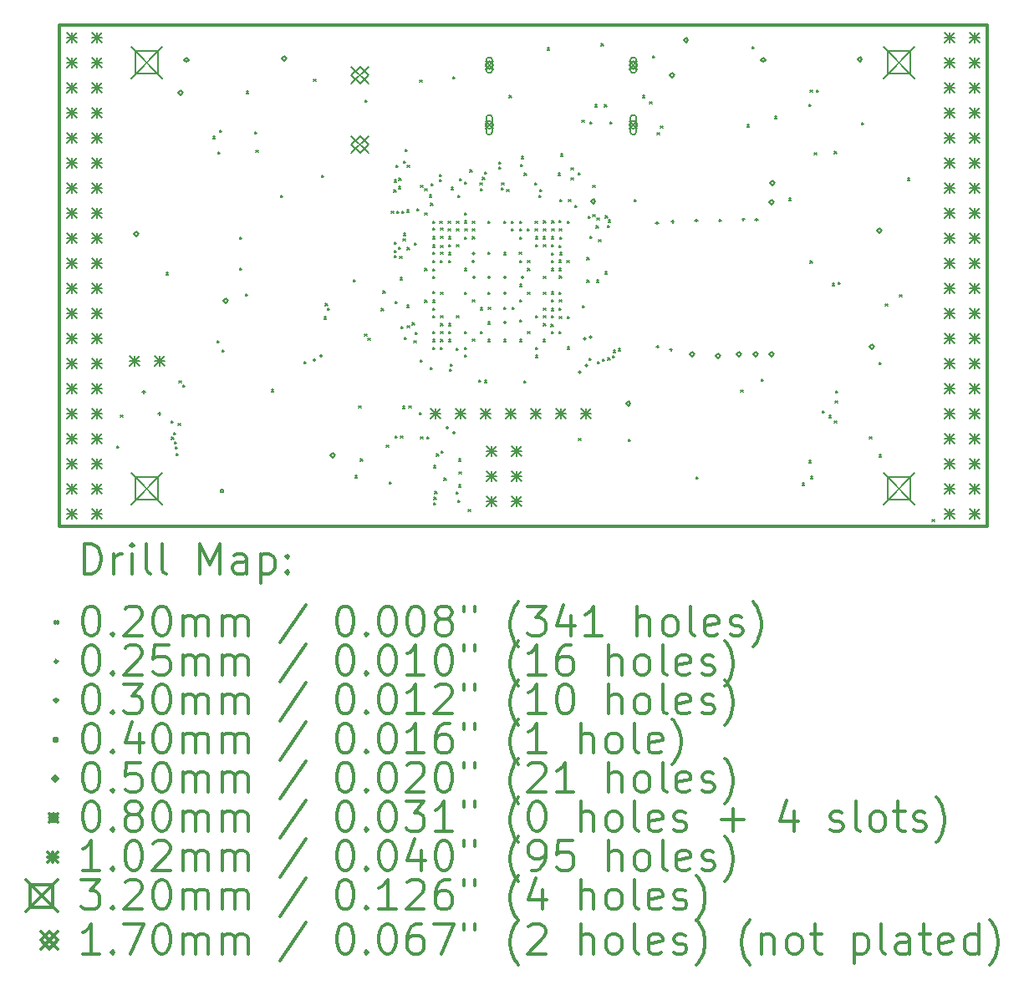
<source format=gbr>
%FSLAX45Y45*%
G04 Gerber Fmt 4.5, Leading zero omitted, Abs format (unit mm)*
G04 Created by KiCad (PCBNEW 4.0.7+dfsg1-1) date Sat Nov 11 12:06:23 2017*
%MOMM*%
%LPD*%
G01*
G04 APERTURE LIST*
%ADD10C,0.127000*%
%ADD11C,0.300000*%
%ADD12C,0.200000*%
G04 APERTURE END LIST*
D10*
D11*
X9410000Y-6142000D02*
X9410000Y-11222000D01*
X18808000Y-6142000D02*
X9410000Y-6142000D01*
X18808000Y-11222000D02*
X18808000Y-6142000D01*
X9410000Y-11222000D02*
X18808000Y-11222000D01*
D12*
X9998000Y-10410000D02*
X10018000Y-10430000D01*
X10018000Y-10410000D02*
X9998000Y-10430000D01*
X10035000Y-10094400D02*
X10055000Y-10114400D01*
X10055000Y-10094400D02*
X10035000Y-10114400D01*
X10493771Y-8653299D02*
X10513771Y-8673299D01*
X10513771Y-8653299D02*
X10493771Y-8673299D01*
X10547276Y-10156132D02*
X10567276Y-10176132D01*
X10567276Y-10156132D02*
X10547276Y-10176132D01*
X10552725Y-10321224D02*
X10572725Y-10341224D01*
X10572725Y-10321224D02*
X10552725Y-10341224D01*
X10571376Y-10271934D02*
X10591376Y-10291934D01*
X10591376Y-10271934D02*
X10571376Y-10291934D01*
X10579560Y-10366582D02*
X10599560Y-10386582D01*
X10599560Y-10366582D02*
X10579560Y-10386582D01*
X10589272Y-10418380D02*
X10609272Y-10438380D01*
X10609272Y-10418380D02*
X10589272Y-10438380D01*
X10598875Y-10487404D02*
X10618875Y-10507404D01*
X10618875Y-10487404D02*
X10598875Y-10507404D01*
X10618105Y-10179347D02*
X10638105Y-10199347D01*
X10638105Y-10179347D02*
X10618105Y-10199347D01*
X10626851Y-9751340D02*
X10646851Y-9771340D01*
X10646851Y-9751340D02*
X10626851Y-9771340D01*
X10664117Y-9793541D02*
X10684117Y-9813541D01*
X10684117Y-9793541D02*
X10664117Y-9813541D01*
X10972800Y-7273000D02*
X10992800Y-7293000D01*
X10992800Y-7273000D02*
X10972800Y-7293000D01*
X11014904Y-9343377D02*
X11034904Y-9363377D01*
X11034904Y-9343377D02*
X11014904Y-9363377D01*
X11021352Y-7428070D02*
X11041352Y-7448070D01*
X11041352Y-7428070D02*
X11021352Y-7448070D01*
X11038300Y-7211500D02*
X11058300Y-7231500D01*
X11058300Y-7211500D02*
X11038300Y-7231500D01*
X11061873Y-9435178D02*
X11081873Y-9455178D01*
X11081873Y-9435178D02*
X11061873Y-9455178D01*
X11241500Y-8291000D02*
X11261500Y-8311000D01*
X11261500Y-8291000D02*
X11241500Y-8311000D01*
X11241500Y-8608500D02*
X11261500Y-8628500D01*
X11261500Y-8608500D02*
X11241500Y-8628500D01*
X11298000Y-8870000D02*
X11318000Y-8890000D01*
X11318000Y-8870000D02*
X11298000Y-8890000D01*
X11311224Y-6814440D02*
X11331224Y-6834440D01*
X11331224Y-6814440D02*
X11311224Y-6834440D01*
X11393900Y-7224200D02*
X11413900Y-7244200D01*
X11413900Y-7224200D02*
X11393900Y-7244200D01*
X11406600Y-7414700D02*
X11426600Y-7434700D01*
X11426600Y-7414700D02*
X11406600Y-7434700D01*
X11563000Y-9839314D02*
X11583000Y-9859314D01*
X11583000Y-9839314D02*
X11563000Y-9859314D01*
X11655434Y-7867799D02*
X11675434Y-7887799D01*
X11675434Y-7867799D02*
X11655434Y-7887799D01*
X11890851Y-9556294D02*
X11910851Y-9576294D01*
X11910851Y-9556294D02*
X11890851Y-9576294D01*
X11990800Y-6690800D02*
X12010800Y-6710800D01*
X12010800Y-6690800D02*
X11990800Y-6710800D01*
X12073455Y-7667909D02*
X12093455Y-7687909D01*
X12093455Y-7667909D02*
X12073455Y-7687909D01*
X12094120Y-9102507D02*
X12114120Y-9122507D01*
X12114120Y-9102507D02*
X12094120Y-9122507D01*
X12110622Y-8966255D02*
X12130622Y-8986255D01*
X12130622Y-8966255D02*
X12110622Y-8986255D01*
X12130195Y-9015187D02*
X12150195Y-9035187D01*
X12150195Y-9015187D02*
X12130195Y-9035187D01*
X12392771Y-8724771D02*
X12412771Y-8744771D01*
X12412771Y-8724771D02*
X12392771Y-8744771D01*
X12392771Y-8724771D02*
X12412771Y-8744771D01*
X12412771Y-8724771D02*
X12392771Y-8744771D01*
X12410242Y-10710764D02*
X12430242Y-10730764D01*
X12430242Y-10710764D02*
X12410242Y-10730764D01*
X12448000Y-10005500D02*
X12468000Y-10025500D01*
X12468000Y-10005500D02*
X12448000Y-10025500D01*
X12464182Y-10539469D02*
X12484182Y-10559469D01*
X12484182Y-10539469D02*
X12464182Y-10559469D01*
X12506739Y-9274152D02*
X12526739Y-9294152D01*
X12526739Y-9274152D02*
X12506739Y-9294152D01*
X12509354Y-6905685D02*
X12529354Y-6925685D01*
X12529354Y-6905685D02*
X12509354Y-6925685D01*
X12539954Y-9315068D02*
X12559954Y-9335068D01*
X12559954Y-9315068D02*
X12539954Y-9335068D01*
X12678001Y-9017611D02*
X12698001Y-9037611D01*
X12698001Y-9017611D02*
X12678001Y-9037611D01*
X12694005Y-8838107D02*
X12714005Y-8858107D01*
X12714005Y-8838107D02*
X12694005Y-8858107D01*
X12725815Y-10402805D02*
X12745815Y-10422805D01*
X12745815Y-10402805D02*
X12725815Y-10422805D01*
X12755664Y-10771679D02*
X12775664Y-10791679D01*
X12775664Y-10771679D02*
X12755664Y-10791679D01*
X12778962Y-8030743D02*
X12798962Y-8050743D01*
X12798962Y-8030743D02*
X12778962Y-8050743D01*
X12802557Y-7813365D02*
X12822557Y-7833365D01*
X12822557Y-7813365D02*
X12802557Y-7833365D01*
X12805201Y-7714196D02*
X12825201Y-7734196D01*
X12825201Y-7714196D02*
X12805201Y-7734196D01*
X12806546Y-8342876D02*
X12826546Y-8362876D01*
X12826546Y-8342876D02*
X12806546Y-8362876D01*
X12808331Y-8428074D02*
X12828331Y-8448074D01*
X12828331Y-8428074D02*
X12808331Y-8448074D01*
X12810326Y-8480738D02*
X12830326Y-8500738D01*
X12830326Y-8480738D02*
X12810326Y-8500738D01*
X12815144Y-8946421D02*
X12835144Y-8966421D01*
X12835144Y-8946421D02*
X12815144Y-8966421D01*
X12818000Y-10310000D02*
X12838000Y-10330000D01*
X12838000Y-10310000D02*
X12818000Y-10330000D01*
X12824906Y-7565392D02*
X12844906Y-7585392D01*
X12844906Y-7565392D02*
X12824906Y-7585392D01*
X12831658Y-8029985D02*
X12851658Y-8049985D01*
X12851658Y-8029985D02*
X12831658Y-8049985D01*
X12849054Y-7779404D02*
X12869054Y-7799404D01*
X12869054Y-7779404D02*
X12849054Y-7799404D01*
X12851077Y-8397249D02*
X12871077Y-8417249D01*
X12871077Y-8397249D02*
X12851077Y-8417249D01*
X12854493Y-7695003D02*
X12874493Y-7715003D01*
X12874493Y-7695003D02*
X12854493Y-7715003D01*
X12862365Y-8489063D02*
X12882365Y-8509063D01*
X12882365Y-8489063D02*
X12862365Y-8509063D01*
X12867665Y-8703514D02*
X12887665Y-8723514D01*
X12887665Y-8703514D02*
X12867665Y-8723514D01*
X12870682Y-10308590D02*
X12890682Y-10328590D01*
X12890682Y-10308590D02*
X12870682Y-10328590D01*
X12877965Y-9201104D02*
X12897965Y-9221104D01*
X12897965Y-9201104D02*
X12877965Y-9221104D01*
X12884359Y-8029973D02*
X12904359Y-8049973D01*
X12904359Y-8029973D02*
X12884359Y-8049973D01*
X12890520Y-10007480D02*
X12910520Y-10027480D01*
X12910520Y-10007480D02*
X12890520Y-10027480D01*
X12895438Y-8307924D02*
X12915438Y-8327924D01*
X12915438Y-8307924D02*
X12895438Y-8327924D01*
X12900909Y-8255507D02*
X12920909Y-8275507D01*
X12920909Y-8255507D02*
X12900909Y-8275507D01*
X12902508Y-7521580D02*
X12922508Y-7541580D01*
X12922508Y-7521580D02*
X12902508Y-7541580D01*
X12909665Y-9310913D02*
X12929665Y-9330913D01*
X12929665Y-9310913D02*
X12909665Y-9330913D01*
X12915222Y-7404246D02*
X12935222Y-7424246D01*
X12935222Y-7404246D02*
X12915222Y-7424246D01*
X12934924Y-8982695D02*
X12954924Y-9002695D01*
X12954924Y-8982695D02*
X12934924Y-9002695D01*
X12935799Y-8018511D02*
X12955799Y-8038511D01*
X12955799Y-8018511D02*
X12935799Y-8038511D01*
X12937785Y-9190082D02*
X12957785Y-9210082D01*
X12957785Y-9190082D02*
X12937785Y-9210082D01*
X12938514Y-8398242D02*
X12958514Y-8418242D01*
X12958514Y-8398242D02*
X12938514Y-8418242D01*
X12939334Y-7563781D02*
X12959334Y-7583781D01*
X12959334Y-7563781D02*
X12939334Y-7583781D01*
X12956000Y-10005500D02*
X12976000Y-10025500D01*
X12976000Y-10005500D02*
X12956000Y-10025500D01*
X12988816Y-9162200D02*
X13008816Y-9182200D01*
X13008816Y-9162200D02*
X12988816Y-9182200D01*
X13007140Y-9344434D02*
X13027140Y-9364434D01*
X13027140Y-9344434D02*
X13007140Y-9364434D01*
X13010463Y-8349948D02*
X13030463Y-8369948D01*
X13030463Y-8349948D02*
X13010463Y-8369948D01*
X13020226Y-9260033D02*
X13040226Y-9280033D01*
X13040226Y-9260033D02*
X13020226Y-9280033D01*
X13038990Y-8006723D02*
X13058990Y-8026723D01*
X13058990Y-8006723D02*
X13038990Y-8026723D01*
X13059238Y-10069000D02*
X13079238Y-10089000D01*
X13079238Y-10069000D02*
X13059238Y-10089000D01*
X13066199Y-6701962D02*
X13086199Y-6721962D01*
X13086199Y-6701962D02*
X13066199Y-6721962D01*
X13070707Y-9535414D02*
X13090707Y-9555414D01*
X13090707Y-9535414D02*
X13070707Y-9555414D01*
X13073949Y-10316052D02*
X13093949Y-10336052D01*
X13093949Y-10316052D02*
X13073949Y-10336052D01*
X13075683Y-7768682D02*
X13095683Y-7788682D01*
X13095683Y-7768682D02*
X13075683Y-7788682D01*
X13115313Y-7803422D02*
X13135313Y-7823422D01*
X13135313Y-7803422D02*
X13115313Y-7823422D01*
X13117530Y-8049575D02*
X13137530Y-8069575D01*
X13137530Y-8049575D02*
X13117530Y-8069575D01*
X13117831Y-8611310D02*
X13137831Y-8631310D01*
X13137831Y-8611310D02*
X13117831Y-8631310D01*
X13117950Y-8930733D02*
X13137950Y-8950733D01*
X13137950Y-8930733D02*
X13117950Y-8950733D01*
X13135385Y-10316052D02*
X13155385Y-10336052D01*
X13155385Y-10316052D02*
X13135385Y-10336052D01*
X13160933Y-7864587D02*
X13180933Y-7884587D01*
X13180933Y-7864587D02*
X13160933Y-7884587D01*
X13170890Y-9612737D02*
X13190890Y-9632737D01*
X13190890Y-9612737D02*
X13170890Y-9632737D01*
X13174731Y-7948989D02*
X13194731Y-7968989D01*
X13194731Y-7948989D02*
X13174731Y-7968989D01*
X13182329Y-7748485D02*
X13202329Y-7768485D01*
X13202329Y-7748485D02*
X13182329Y-7768485D01*
X13196210Y-8443398D02*
X13216210Y-8463398D01*
X13216210Y-8443398D02*
X13196210Y-8463398D01*
X13197298Y-8527799D02*
X13217298Y-8547799D01*
X13217298Y-8527799D02*
X13197298Y-8547799D01*
X13197562Y-8931064D02*
X13217562Y-8951064D01*
X13217562Y-8931064D02*
X13197562Y-8951064D01*
X13197765Y-9087799D02*
X13217765Y-9107799D01*
X13217765Y-9087799D02*
X13197765Y-9107799D01*
X13197902Y-8288404D02*
X13217902Y-8308404D01*
X13217902Y-8288404D02*
X13197902Y-8308404D01*
X13198000Y-8130000D02*
X13218000Y-8150000D01*
X13218000Y-8130000D02*
X13198000Y-8150000D01*
X13198000Y-8690000D02*
X13218000Y-8710000D01*
X13218000Y-8690000D02*
X13198000Y-8710000D01*
X13198000Y-9250000D02*
X13218000Y-9270000D01*
X13218000Y-9250000D02*
X13198000Y-9270000D01*
X13198000Y-9330000D02*
X13218000Y-9350000D01*
X13218000Y-9330000D02*
X13198000Y-9350000D01*
X13198000Y-9410000D02*
X13218000Y-9430000D01*
X13218000Y-9410000D02*
X13198000Y-9430000D01*
X13198001Y-8200333D02*
X13218001Y-8220333D01*
X13218001Y-8200333D02*
X13198001Y-8220333D01*
X13198296Y-9011078D02*
X13218296Y-9031078D01*
X13218296Y-9011078D02*
X13198296Y-9031078D01*
X13198303Y-8616041D02*
X13218303Y-8636041D01*
X13218303Y-8616041D02*
X13198303Y-8636041D01*
X13198368Y-8372806D02*
X13218368Y-8392806D01*
X13218368Y-8372806D02*
X13198368Y-8392806D01*
X13198405Y-8845827D02*
X13218405Y-8865827D01*
X13218405Y-8845827D02*
X13198405Y-8865827D01*
X13204611Y-10984026D02*
X13224611Y-11004026D01*
X13224611Y-10984026D02*
X13204611Y-11004026D01*
X13206286Y-10608587D02*
X13226286Y-10628587D01*
X13226286Y-10608587D02*
X13206286Y-10628587D01*
X13208900Y-10931500D02*
X13228900Y-10951500D01*
X13228900Y-10931500D02*
X13208900Y-10951500D01*
X13218000Y-10870000D02*
X13238000Y-10890000D01*
X13238000Y-10870000D02*
X13218000Y-10890000D01*
X13234844Y-10489450D02*
X13254844Y-10509450D01*
X13254844Y-10489450D02*
X13234844Y-10509450D01*
X13263724Y-7657621D02*
X13283724Y-7677621D01*
X13283724Y-7657621D02*
X13263724Y-7677621D01*
X13266117Y-7710267D02*
X13286117Y-7730267D01*
X13286117Y-7710267D02*
X13266117Y-7730267D01*
X13268334Y-8130000D02*
X13288334Y-8150000D01*
X13288334Y-8130000D02*
X13268334Y-8150000D01*
X13273464Y-8527799D02*
X13293464Y-8547799D01*
X13293464Y-8527799D02*
X13273464Y-8547799D01*
X13274623Y-9409707D02*
X13294623Y-9429707D01*
X13294623Y-9409707D02*
X13274623Y-9429707D01*
X13276300Y-8202454D02*
X13296300Y-8222454D01*
X13296300Y-8202454D02*
X13276300Y-8222454D01*
X13277177Y-8443398D02*
X13297177Y-8463398D01*
X13297177Y-8443398D02*
X13277177Y-8463398D01*
X13277261Y-8286855D02*
X13297261Y-8306855D01*
X13297261Y-8286855D02*
X13277261Y-8306855D01*
X13278000Y-8850000D02*
X13298000Y-8870000D01*
X13298000Y-8850000D02*
X13278000Y-8870000D01*
X13278000Y-9090000D02*
X13298000Y-9110000D01*
X13298000Y-9090000D02*
X13278000Y-9110000D01*
X13278000Y-9170000D02*
X13298000Y-9190000D01*
X13298000Y-9170000D02*
X13278000Y-9190000D01*
X13278000Y-9250000D02*
X13298000Y-9270000D01*
X13298000Y-9250000D02*
X13278000Y-9270000D01*
X13278000Y-9330000D02*
X13298000Y-9350000D01*
X13298000Y-9330000D02*
X13278000Y-9350000D01*
X13278089Y-8379783D02*
X13298089Y-8399784D01*
X13298089Y-8379783D02*
X13278089Y-8399784D01*
X13283696Y-10459892D02*
X13303696Y-10479892D01*
X13303696Y-10459892D02*
X13283696Y-10479892D01*
X13311600Y-10736500D02*
X13331600Y-10756500D01*
X13331600Y-10736500D02*
X13311600Y-10756500D01*
X13352736Y-8131468D02*
X13372736Y-8151468D01*
X13372736Y-8131468D02*
X13352736Y-8151468D01*
X13354839Y-8209060D02*
X13374839Y-8229060D01*
X13374839Y-8209060D02*
X13354839Y-8229060D01*
X13357194Y-8449520D02*
X13377194Y-8469520D01*
X13377194Y-8449520D02*
X13357194Y-8469520D01*
X13358000Y-8290000D02*
X13378000Y-8310000D01*
X13378000Y-8290000D02*
X13358000Y-8310000D01*
X13358000Y-8370000D02*
X13378000Y-8390000D01*
X13378000Y-8370000D02*
X13358000Y-8390000D01*
X13358000Y-8530000D02*
X13378000Y-8550000D01*
X13378000Y-8530000D02*
X13358000Y-8550000D01*
X13358000Y-9170000D02*
X13378000Y-9190000D01*
X13378000Y-9170000D02*
X13358000Y-9190000D01*
X13358000Y-9250000D02*
X13378000Y-9270000D01*
X13378000Y-9250000D02*
X13358000Y-9270000D01*
X13358548Y-9330230D02*
X13378548Y-9350230D01*
X13378548Y-9330230D02*
X13358548Y-9350230D01*
X13366285Y-9629515D02*
X13386285Y-9649515D01*
X13386285Y-9629515D02*
X13366285Y-9649515D01*
X13375239Y-9577580D02*
X13395239Y-9597580D01*
X13395239Y-9577580D02*
X13375239Y-9597580D01*
X13384238Y-7788077D02*
X13404238Y-7808077D01*
X13404238Y-7788077D02*
X13384238Y-7808077D01*
X13397916Y-6668615D02*
X13417916Y-6688615D01*
X13417916Y-6668615D02*
X13397916Y-6688615D01*
X13435582Y-9416717D02*
X13455582Y-9436717D01*
X13455582Y-9416717D02*
X13435582Y-9436717D01*
X13436400Y-10874197D02*
X13456400Y-10894197D01*
X13456400Y-10874197D02*
X13436400Y-10894197D01*
X13437137Y-8130675D02*
X13457137Y-8150675D01*
X13457137Y-8130675D02*
X13437137Y-8150675D01*
X13437651Y-8208015D02*
X13457651Y-8228015D01*
X13457651Y-8208015D02*
X13437651Y-8228015D01*
X13438000Y-8370000D02*
X13458000Y-8390000D01*
X13458000Y-8370000D02*
X13438000Y-8390000D01*
X13438000Y-9090000D02*
X13458000Y-9110000D01*
X13458000Y-9090000D02*
X13438000Y-9110000D01*
X13451300Y-7871900D02*
X13471300Y-7891900D01*
X13471300Y-7871900D02*
X13451300Y-7891900D01*
X13453687Y-10961995D02*
X13473687Y-10981995D01*
X13473687Y-10961995D02*
X13453687Y-10981995D01*
X13457587Y-10803159D02*
X13477587Y-10823159D01*
X13477587Y-10803159D02*
X13457587Y-10823159D01*
X13460735Y-10540845D02*
X13480735Y-10560845D01*
X13480735Y-10540845D02*
X13460735Y-10560845D01*
X13465065Y-10671051D02*
X13485065Y-10691051D01*
X13485065Y-10671051D02*
X13465065Y-10691051D01*
X13465805Y-7703014D02*
X13485805Y-7723014D01*
X13485805Y-7703014D02*
X13465805Y-7723014D01*
X13517331Y-8851860D02*
X13537331Y-8871860D01*
X13537331Y-8851860D02*
X13517331Y-8871860D01*
X13518000Y-8292201D02*
X13538000Y-8312201D01*
X13538000Y-8292201D02*
X13518000Y-8312201D01*
X13518000Y-8610000D02*
X13538000Y-8630000D01*
X13538000Y-8610000D02*
X13518000Y-8630000D01*
X13518000Y-9250000D02*
X13538000Y-9270000D01*
X13538000Y-9250000D02*
X13518000Y-9270000D01*
X13518006Y-7736330D02*
X13538006Y-7756330D01*
X13538006Y-7736330D02*
X13518006Y-7756330D01*
X13518128Y-8048312D02*
X13538128Y-8068312D01*
X13538128Y-8048312D02*
X13518128Y-8068312D01*
X13518463Y-9488530D02*
X13538463Y-9508530D01*
X13538463Y-9488530D02*
X13518463Y-9508530D01*
X13518862Y-9412562D02*
X13538862Y-9432562D01*
X13538862Y-9412562D02*
X13518862Y-9432562D01*
X13521538Y-8129192D02*
X13541538Y-8149192D01*
X13541538Y-8129192D02*
X13521538Y-8149192D01*
X13522052Y-8209644D02*
X13542052Y-8229644D01*
X13542052Y-8209644D02*
X13522052Y-8229644D01*
X13555656Y-11051071D02*
X13575656Y-11071071D01*
X13575656Y-11051071D02*
X13555656Y-11071071D01*
X13573070Y-7610061D02*
X13593070Y-7630061D01*
X13593070Y-7610061D02*
X13573070Y-7630061D01*
X13598000Y-8210000D02*
X13618000Y-8230000D01*
X13618000Y-8210000D02*
X13598000Y-8230000D01*
X13598000Y-8290000D02*
X13618000Y-8310000D01*
X13618000Y-8290000D02*
X13598000Y-8310000D01*
X13598517Y-8929483D02*
X13618517Y-8949483D01*
X13618517Y-8929483D02*
X13598517Y-8949483D01*
X13599596Y-9326965D02*
X13619596Y-9346965D01*
X13619596Y-9326965D02*
X13599596Y-9346965D01*
X13599639Y-8129507D02*
X13619639Y-8149507D01*
X13619639Y-8129507D02*
X13599639Y-8149507D01*
X13664090Y-9741450D02*
X13684090Y-9761450D01*
X13684090Y-9741450D02*
X13664090Y-9761450D01*
X13675954Y-7745082D02*
X13695954Y-7765082D01*
X13695954Y-7745082D02*
X13675954Y-7765082D01*
X13678000Y-9250000D02*
X13698000Y-9270000D01*
X13698000Y-9250000D02*
X13678000Y-9270000D01*
X13678517Y-9009483D02*
X13698517Y-9029483D01*
X13698517Y-9009483D02*
X13678517Y-9029483D01*
X13682206Y-7799789D02*
X13702206Y-7819789D01*
X13702206Y-7799789D02*
X13682206Y-7819789D01*
X13700695Y-7687992D02*
X13720695Y-7707992D01*
X13720695Y-7687992D02*
X13700695Y-7707992D01*
X13719559Y-9743802D02*
X13739559Y-9763802D01*
X13739559Y-9743802D02*
X13719559Y-9763802D01*
X13720873Y-7631502D02*
X13740873Y-7651502D01*
X13740873Y-7631502D02*
X13720873Y-7651502D01*
X13755905Y-9153803D02*
X13775905Y-9173803D01*
X13775905Y-9153803D02*
X13755905Y-9173803D01*
X13758000Y-8130000D02*
X13778000Y-8150000D01*
X13778000Y-8130000D02*
X13758000Y-8150000D01*
X13758000Y-8850000D02*
X13778000Y-8870000D01*
X13778000Y-8850000D02*
X13758000Y-8870000D01*
X13758000Y-9330000D02*
X13778000Y-9350000D01*
X13778000Y-9330000D02*
X13758000Y-9350000D01*
X13758056Y-8443409D02*
X13778056Y-8463409D01*
X13778056Y-8443409D02*
X13758056Y-8463409D01*
X13758900Y-9002299D02*
X13778900Y-9022299D01*
X13778900Y-9002299D02*
X13758900Y-9022299D01*
X13867568Y-7584299D02*
X13887568Y-7604299D01*
X13887568Y-7584299D02*
X13867568Y-7604299D01*
X13867920Y-7530076D02*
X13887920Y-7550076D01*
X13887920Y-7530076D02*
X13867920Y-7550076D01*
X13893411Y-7794095D02*
X13913411Y-7814095D01*
X13913411Y-7794095D02*
X13893411Y-7814095D01*
X13894675Y-7741409D02*
X13914675Y-7761409D01*
X13914675Y-7741409D02*
X13894675Y-7761409D01*
X13917252Y-8451135D02*
X13937252Y-8471135D01*
X13937252Y-8451135D02*
X13917252Y-8471135D01*
X13918000Y-8130000D02*
X13938000Y-8150000D01*
X13938000Y-8130000D02*
X13918000Y-8150000D01*
X13918000Y-9002299D02*
X13938000Y-9022299D01*
X13938000Y-9002299D02*
X13918000Y-9022299D01*
X13918000Y-9330000D02*
X13938000Y-9350000D01*
X13938000Y-9330000D02*
X13918000Y-9350000D01*
X13947862Y-7810586D02*
X13967862Y-7830586D01*
X13967862Y-7810586D02*
X13947862Y-7830586D01*
X13972000Y-6856567D02*
X13992000Y-6876567D01*
X13992000Y-6856567D02*
X13972000Y-6876567D01*
X13993095Y-8210000D02*
X14013095Y-8230000D01*
X14013095Y-8210000D02*
X13993095Y-8230000D01*
X13993599Y-8130000D02*
X14013599Y-8150000D01*
X14013599Y-8130000D02*
X13993599Y-8150000D01*
X13999489Y-9002299D02*
X14019489Y-9022299D01*
X14019489Y-9002299D02*
X13999489Y-9022299D01*
X14073600Y-8443400D02*
X14093600Y-8463400D01*
X14093600Y-8443400D02*
X14073600Y-8463400D01*
X14076403Y-8294140D02*
X14096403Y-8314140D01*
X14096403Y-8294140D02*
X14076403Y-8314140D01*
X14077419Y-9133335D02*
X14097419Y-9153335D01*
X14097419Y-9133335D02*
X14077419Y-9153335D01*
X14077497Y-8207716D02*
X14097497Y-8227716D01*
X14097497Y-8207716D02*
X14077497Y-8227716D01*
X14078000Y-8130000D02*
X14098000Y-8150000D01*
X14098000Y-8130000D02*
X14078000Y-8150000D01*
X14078000Y-8530000D02*
X14098000Y-8550000D01*
X14098000Y-8530000D02*
X14078000Y-8550000D01*
X14078000Y-8770000D02*
X14098000Y-8790000D01*
X14098000Y-8770000D02*
X14078000Y-8790000D01*
X14078000Y-8930000D02*
X14098000Y-8950000D01*
X14098000Y-8930000D02*
X14078000Y-8950000D01*
X14078000Y-9330000D02*
X14098000Y-9350000D01*
X14098000Y-9330000D02*
X14078000Y-9350000D01*
X14088006Y-7558194D02*
X14108006Y-7578194D01*
X14108006Y-7558194D02*
X14088006Y-7578194D01*
X14094664Y-7477380D02*
X14114664Y-7497380D01*
X14114664Y-7477380D02*
X14094664Y-7497380D01*
X14118000Y-9750000D02*
X14138000Y-9770000D01*
X14138000Y-9750000D02*
X14118000Y-9770000D01*
X14124297Y-7645500D02*
X14144297Y-7665500D01*
X14144297Y-7645500D02*
X14124297Y-7665500D01*
X14156269Y-8210778D02*
X14176269Y-8230778D01*
X14176269Y-8210778D02*
X14156269Y-8230778D01*
X14158000Y-8530000D02*
X14178000Y-8550000D01*
X14178000Y-8530000D02*
X14158000Y-8550000D01*
X14158000Y-8610000D02*
X14178000Y-8630000D01*
X14178000Y-8610000D02*
X14158000Y-8630000D01*
X14158000Y-8850000D02*
X14178000Y-8870000D01*
X14178000Y-8850000D02*
X14158000Y-8870000D01*
X14158000Y-9250000D02*
X14178000Y-9270000D01*
X14178000Y-9250000D02*
X14158000Y-9270000D01*
X14229388Y-7741388D02*
X14249388Y-7761388D01*
X14249388Y-7741388D02*
X14229388Y-7761388D01*
X14233746Y-8208147D02*
X14253746Y-8228147D01*
X14253746Y-8208147D02*
X14233746Y-8228147D01*
X14235691Y-8130580D02*
X14255691Y-8150580D01*
X14255691Y-8130580D02*
X14235691Y-8150580D01*
X14237355Y-8289891D02*
X14257355Y-8309891D01*
X14257355Y-8289891D02*
X14237355Y-8309891D01*
X14238000Y-8370000D02*
X14258000Y-8390000D01*
X14258000Y-8370000D02*
X14238000Y-8390000D01*
X14238000Y-9090000D02*
X14258000Y-9110000D01*
X14258000Y-9090000D02*
X14238000Y-9110000D01*
X14238000Y-9410000D02*
X14258000Y-9430000D01*
X14258000Y-9410000D02*
X14238000Y-9430000D01*
X14238000Y-9490000D02*
X14258000Y-9510000D01*
X14258000Y-9490000D02*
X14238000Y-9510000D01*
X14274121Y-7868425D02*
X14294121Y-7888425D01*
X14294121Y-7868425D02*
X14274121Y-7888425D01*
X14281176Y-7811737D02*
X14301176Y-7831737D01*
X14301176Y-7811737D02*
X14281176Y-7831737D01*
X14315799Y-8290000D02*
X14335799Y-8310000D01*
X14335799Y-8290000D02*
X14315799Y-8310000D01*
X14316969Y-9331491D02*
X14336969Y-9351491D01*
X14336969Y-9331491D02*
X14316969Y-9351491D01*
X14317803Y-8849503D02*
X14337803Y-8869503D01*
X14337803Y-8849503D02*
X14317803Y-8869503D01*
X14318000Y-8370000D02*
X14338000Y-8390000D01*
X14338000Y-8370000D02*
X14318000Y-8390000D01*
X14318000Y-8690000D02*
X14338000Y-8710000D01*
X14338000Y-8690000D02*
X14318000Y-8710000D01*
X14318000Y-9090000D02*
X14338000Y-9110000D01*
X14338000Y-9090000D02*
X14318000Y-9110000D01*
X14318000Y-9170000D02*
X14338000Y-9190000D01*
X14338000Y-9170000D02*
X14318000Y-9190000D01*
X14318147Y-8210607D02*
X14338147Y-8230607D01*
X14338147Y-8210607D02*
X14318147Y-8230607D01*
X14318182Y-9010195D02*
X14338182Y-9030195D01*
X14338182Y-9010195D02*
X14318182Y-9030195D01*
X14320092Y-8127729D02*
X14340092Y-8147729D01*
X14340092Y-8127729D02*
X14320092Y-8147729D01*
X14355067Y-6376252D02*
X14375067Y-6396252D01*
X14375067Y-6376252D02*
X14355067Y-6396252D01*
X14396483Y-9177765D02*
X14416483Y-9197765D01*
X14416483Y-9177765D02*
X14396483Y-9197765D01*
X14397624Y-8929530D02*
X14417624Y-8949530D01*
X14417624Y-8929530D02*
X14397624Y-8949530D01*
X14397701Y-9016697D02*
X14417701Y-9036697D01*
X14417701Y-9016697D02*
X14397701Y-9036697D01*
X14398000Y-8610000D02*
X14418000Y-8630000D01*
X14418000Y-8610000D02*
X14398000Y-8630000D01*
X14398000Y-9090000D02*
X14418000Y-9110000D01*
X14418000Y-9090000D02*
X14398000Y-9110000D01*
X14398283Y-8848451D02*
X14418283Y-8868451D01*
X14418283Y-8848451D02*
X14398283Y-8868451D01*
X14400201Y-8290000D02*
X14420201Y-8310000D01*
X14420201Y-8290000D02*
X14400201Y-8310000D01*
X14400201Y-8529722D02*
X14420201Y-8549722D01*
X14420201Y-8529722D02*
X14400201Y-8549722D01*
X14400319Y-8367799D02*
X14420319Y-8387799D01*
X14420319Y-8367799D02*
X14400319Y-8387799D01*
X14400319Y-8452201D02*
X14420319Y-8472201D01*
X14420319Y-8452201D02*
X14400319Y-8472201D01*
X14401325Y-9248876D02*
X14421325Y-9268876D01*
X14421325Y-9248876D02*
X14401325Y-9268876D01*
X14402549Y-8208647D02*
X14422549Y-8228647D01*
X14422549Y-8208647D02*
X14402549Y-8228647D01*
X14404493Y-8128708D02*
X14424493Y-8148708D01*
X14424493Y-8128708D02*
X14404493Y-8148708D01*
X14469711Y-7646534D02*
X14489711Y-7666534D01*
X14489711Y-7646534D02*
X14469711Y-7666534D01*
X14476724Y-9012976D02*
X14496724Y-9032976D01*
X14496724Y-9012976D02*
X14476724Y-9032976D01*
X14476810Y-8527135D02*
X14496810Y-8547135D01*
X14496810Y-8527135D02*
X14476810Y-8547135D01*
X14477394Y-8376040D02*
X14497394Y-8396040D01*
X14497394Y-8376040D02*
X14477394Y-8396040D01*
X14477515Y-8611890D02*
X14497515Y-8631890D01*
X14497515Y-8611890D02*
X14477515Y-8631890D01*
X14477654Y-8122836D02*
X14497654Y-8142836D01*
X14497654Y-8122836D02*
X14477654Y-8142836D01*
X14477765Y-8852201D02*
X14497765Y-8872201D01*
X14497765Y-8852201D02*
X14477765Y-8872201D01*
X14478235Y-9247799D02*
X14498235Y-9267799D01*
X14498235Y-9247799D02*
X14478235Y-9267799D01*
X14478812Y-8207237D02*
X14498812Y-8227237D01*
X14498812Y-8207237D02*
X14478812Y-8227237D01*
X14479163Y-9097377D02*
X14499163Y-9117377D01*
X14499163Y-9097377D02*
X14479163Y-9117377D01*
X14479260Y-8928574D02*
X14499260Y-8948574D01*
X14499260Y-8928574D02*
X14479260Y-8948574D01*
X14479432Y-8687756D02*
X14499432Y-8707756D01*
X14499432Y-8687756D02*
X14479432Y-8707756D01*
X14481566Y-8449874D02*
X14501566Y-8469874D01*
X14501566Y-8449874D02*
X14481566Y-8469874D01*
X14481689Y-8291638D02*
X14501689Y-8311638D01*
X14501689Y-8291638D02*
X14481689Y-8311638D01*
X14486249Y-7913538D02*
X14506249Y-7933538D01*
X14506249Y-7913538D02*
X14486249Y-7933538D01*
X14491706Y-7449281D02*
X14511706Y-7469281D01*
X14511706Y-7449281D02*
X14491706Y-7469281D01*
X14557281Y-8529606D02*
X14577281Y-8549606D01*
X14577281Y-8529606D02*
X14557281Y-8549606D01*
X14558000Y-8130000D02*
X14578000Y-8150000D01*
X14578000Y-8130000D02*
X14558000Y-8150000D01*
X14558000Y-9407799D02*
X14578000Y-9427799D01*
X14578000Y-9407799D02*
X14558000Y-9427799D01*
X14559846Y-9097377D02*
X14579846Y-9117377D01*
X14579846Y-9097377D02*
X14559846Y-9117377D01*
X14573400Y-7909811D02*
X14593400Y-7929811D01*
X14593400Y-7909811D02*
X14573400Y-7929811D01*
X14598000Y-7590000D02*
X14618000Y-7610000D01*
X14618000Y-7590000D02*
X14598000Y-7610000D01*
X14598016Y-7694497D02*
X14618016Y-7714497D01*
X14618016Y-7694497D02*
X14598016Y-7714497D01*
X14638141Y-7971938D02*
X14658141Y-7991938D01*
X14658141Y-7971938D02*
X14638141Y-7991938D01*
X14667897Y-7642240D02*
X14687897Y-7662240D01*
X14687897Y-7642240D02*
X14667897Y-7662240D01*
X14674429Y-10335274D02*
X14694429Y-10355274D01*
X14694429Y-10335274D02*
X14674429Y-10355274D01*
X14708600Y-7110000D02*
X14728600Y-7130000D01*
X14728600Y-7110000D02*
X14708600Y-7130000D01*
X14710765Y-8987304D02*
X14730765Y-9007304D01*
X14730765Y-8987304D02*
X14710765Y-9007304D01*
X14758752Y-8499333D02*
X14778752Y-8519333D01*
X14778752Y-8499333D02*
X14758752Y-8519333D01*
X14759554Y-8727799D02*
X14779554Y-8747799D01*
X14779554Y-8727799D02*
X14759554Y-8747799D01*
X14770223Y-8081781D02*
X14790223Y-8101781D01*
X14790223Y-8081781D02*
X14770223Y-8101781D01*
X14782793Y-9522924D02*
X14802793Y-9542924D01*
X14802793Y-9522924D02*
X14782793Y-9542924D01*
X14788315Y-7124708D02*
X14808315Y-7144708D01*
X14808315Y-7124708D02*
X14788315Y-7144708D01*
X14790137Y-8285878D02*
X14810137Y-8305878D01*
X14810137Y-8285878D02*
X14790137Y-8305878D01*
X14817193Y-7767799D02*
X14837193Y-7787799D01*
X14837193Y-7767799D02*
X14817193Y-7787799D01*
X14819827Y-8063981D02*
X14839827Y-8083981D01*
X14839827Y-8063981D02*
X14819827Y-8083981D01*
X14837783Y-6951968D02*
X14857783Y-6971968D01*
X14857783Y-6951968D02*
X14837783Y-6971968D01*
X14851067Y-8180003D02*
X14871067Y-8200003D01*
X14871067Y-8180003D02*
X14851067Y-8200003D01*
X14858860Y-8727808D02*
X14878860Y-8747808D01*
X14878860Y-8727808D02*
X14858860Y-8747808D01*
X14861989Y-8095601D02*
X14881989Y-8115601D01*
X14881989Y-8095601D02*
X14861989Y-8115601D01*
X14864798Y-9556963D02*
X14884798Y-9576963D01*
X14884798Y-9556963D02*
X14864798Y-9576963D01*
X14877872Y-8316103D02*
X14897872Y-8336103D01*
X14897872Y-8316103D02*
X14877872Y-8336103D01*
X14903412Y-6332405D02*
X14923412Y-6352405D01*
X14923412Y-6332405D02*
X14903412Y-6352405D01*
X14918439Y-9527799D02*
X14938439Y-9547799D01*
X14938439Y-9527799D02*
X14918439Y-9547799D01*
X14937595Y-6951968D02*
X14957595Y-6971968D01*
X14957595Y-6951968D02*
X14937595Y-6971968D01*
X14942082Y-8643412D02*
X14962082Y-8663412D01*
X14962082Y-8643412D02*
X14942082Y-8663412D01*
X14944975Y-8076843D02*
X14964975Y-8096843D01*
X14964975Y-8076843D02*
X14944975Y-8096843D01*
X14967169Y-8172566D02*
X14987169Y-8192566D01*
X14987169Y-8172566D02*
X14967169Y-8192566D01*
X14969589Y-9515108D02*
X14989589Y-9535108D01*
X14989589Y-9515108D02*
X14969589Y-9535108D01*
X14974647Y-8120398D02*
X14994647Y-8140398D01*
X14994647Y-8120398D02*
X14974647Y-8140398D01*
X14993085Y-7123185D02*
X15013085Y-7143185D01*
X15013085Y-7123185D02*
X14993085Y-7143185D01*
X15017890Y-9494025D02*
X15037890Y-9514025D01*
X15037890Y-9494025D02*
X15017890Y-9514025D01*
X15024597Y-9441753D02*
X15044597Y-9461753D01*
X15044597Y-9441753D02*
X15024597Y-9461753D01*
X15078921Y-9423257D02*
X15098921Y-9443257D01*
X15098921Y-9423257D02*
X15078921Y-9443257D01*
X15179638Y-10341072D02*
X15199638Y-10361072D01*
X15199638Y-10341072D02*
X15179638Y-10361072D01*
X15239707Y-7909347D02*
X15259707Y-7929347D01*
X15259707Y-7909347D02*
X15239707Y-7929347D01*
X15322234Y-6857342D02*
X15342234Y-6877342D01*
X15342234Y-6857342D02*
X15322234Y-6877342D01*
X15394400Y-6919400D02*
X15414400Y-6939400D01*
X15414400Y-6919400D02*
X15394400Y-6939400D01*
X15422933Y-6454377D02*
X15442933Y-6474377D01*
X15442933Y-6454377D02*
X15422933Y-6474377D01*
X15469400Y-7232600D02*
X15489400Y-7252600D01*
X15489400Y-7232600D02*
X15469400Y-7252600D01*
X15504936Y-7166453D02*
X15524936Y-7186453D01*
X15524936Y-7166453D02*
X15504936Y-7186453D01*
X15861665Y-10722518D02*
X15881665Y-10742518D01*
X15881665Y-10722518D02*
X15861665Y-10742518D01*
X16317742Y-9840172D02*
X16337742Y-9860172D01*
X16337742Y-9840172D02*
X16317742Y-9860172D01*
X16380885Y-7155186D02*
X16400885Y-7175186D01*
X16400885Y-7155186D02*
X16380885Y-7175186D01*
X16433388Y-6363745D02*
X16453388Y-6383745D01*
X16453388Y-6363745D02*
X16433388Y-6383745D01*
X16524921Y-9732292D02*
X16544921Y-9752292D01*
X16544921Y-9732292D02*
X16524921Y-9752292D01*
X16657891Y-7070355D02*
X16677891Y-7090355D01*
X16677891Y-7070355D02*
X16657891Y-7090355D01*
X16806644Y-7900804D02*
X16826644Y-7920804D01*
X16826644Y-7900804D02*
X16806644Y-7920804D01*
X16940659Y-10785373D02*
X16960659Y-10805373D01*
X16960659Y-10785373D02*
X16940659Y-10805373D01*
X17005773Y-10556635D02*
X17025773Y-10576635D01*
X17025773Y-10556635D02*
X17005773Y-10576635D01*
X17008296Y-6947101D02*
X17028296Y-6967101D01*
X17028296Y-6947101D02*
X17008296Y-6967101D01*
X17020000Y-6805100D02*
X17040000Y-6825100D01*
X17040000Y-6805100D02*
X17020000Y-6825100D01*
X17020954Y-8534153D02*
X17040954Y-8554153D01*
X17040954Y-8534153D02*
X17020954Y-8554153D01*
X17026290Y-10718620D02*
X17046290Y-10738620D01*
X17046290Y-10718620D02*
X17026290Y-10738620D01*
X17063590Y-7436498D02*
X17083590Y-7456498D01*
X17083590Y-7436498D02*
X17063590Y-7456498D01*
X17085000Y-6802556D02*
X17105000Y-6822556D01*
X17105000Y-6802556D02*
X17085000Y-6822556D01*
X17144030Y-10054574D02*
X17164030Y-10074574D01*
X17164030Y-10054574D02*
X17144030Y-10074574D01*
X17209336Y-10100566D02*
X17229336Y-10120566D01*
X17229336Y-10100566D02*
X17209336Y-10120566D01*
X17246454Y-8762201D02*
X17266454Y-8782201D01*
X17266454Y-8762201D02*
X17246454Y-8782201D01*
X17264664Y-7424799D02*
X17284664Y-7444799D01*
X17284664Y-7424799D02*
X17264664Y-7444799D01*
X17266127Y-10155168D02*
X17286127Y-10175168D01*
X17286127Y-10155168D02*
X17266127Y-10175168D01*
X17273463Y-9949992D02*
X17293463Y-9969992D01*
X17293463Y-9949992D02*
X17273463Y-9969992D01*
X17277992Y-9851865D02*
X17297992Y-9871865D01*
X17297992Y-9851865D02*
X17277992Y-9871865D01*
X17303795Y-8749428D02*
X17323795Y-8769428D01*
X17323795Y-8749428D02*
X17303795Y-8769428D01*
X17539563Y-7135743D02*
X17559563Y-7155743D01*
X17559563Y-7135743D02*
X17539563Y-7155743D01*
X17620559Y-10317981D02*
X17640559Y-10337981D01*
X17640559Y-10317981D02*
X17620559Y-10337981D01*
X17717400Y-10497912D02*
X17737400Y-10517912D01*
X17737400Y-10497912D02*
X17717400Y-10517912D01*
X17718500Y-9561000D02*
X17738500Y-9581000D01*
X17738500Y-9561000D02*
X17718500Y-9581000D01*
X17782698Y-8971206D02*
X17802698Y-8991206D01*
X17802698Y-8971206D02*
X17782698Y-8991206D01*
X17925151Y-8876833D02*
X17945151Y-8896833D01*
X17945151Y-8876833D02*
X17925151Y-8896833D01*
X18003742Y-7696947D02*
X18023742Y-7716947D01*
X18023742Y-7696947D02*
X18003742Y-7716947D01*
X18257515Y-11153763D02*
X18277515Y-11173763D01*
X18277515Y-11153763D02*
X18257515Y-11173763D01*
X12010516Y-9541295D02*
G75*
G03X12010516Y-9541295I-12700J0D01*
G01*
X12076103Y-9497760D02*
G75*
G03X12076103Y-9497760I-12700J0D01*
G01*
X13357629Y-10223262D02*
G75*
G03X13357629Y-10223262I-12700J0D01*
G01*
X13420141Y-10275223D02*
G75*
G03X13420141Y-10275223I-12700J0D01*
G01*
X13620700Y-8460000D02*
G75*
G03X13620700Y-8460000I-12700J0D01*
G01*
X13620700Y-8540000D02*
G75*
G03X13620700Y-8540000I-12700J0D01*
G01*
X13623799Y-8699540D02*
G75*
G03X13623799Y-8699540I-12700J0D01*
G01*
X13780700Y-8700000D02*
G75*
G03X13780700Y-8700000I-12700J0D01*
G01*
X13939164Y-9161521D02*
G75*
G03X13939164Y-9161521I-12700J0D01*
G01*
X13940700Y-8700000D02*
G75*
G03X13940700Y-8700000I-12700J0D01*
G01*
X13940700Y-8860000D02*
G75*
G03X13940700Y-8860000I-12700J0D01*
G01*
X14116986Y-8699500D02*
G75*
G03X14116986Y-8699500I-12700J0D01*
G01*
X14698950Y-9661750D02*
G75*
G03X14698950Y-9661750I-12700J0D01*
G01*
X14748267Y-9321929D02*
G75*
G03X14748267Y-9321929I-12700J0D01*
G01*
X14766147Y-9591326D02*
G75*
G03X14766147Y-9591326I-12700J0D01*
G01*
X14804230Y-9306313D02*
G75*
G03X14804230Y-9306313I-12700J0D01*
G01*
X10271005Y-9844495D02*
X10271005Y-9874495D01*
X10256005Y-9859495D02*
X10286005Y-9859495D01*
X10426000Y-10064000D02*
X10426000Y-10094000D01*
X10411000Y-10079000D02*
X10441000Y-10079000D01*
X15465753Y-8131365D02*
X15465753Y-8161365D01*
X15450753Y-8146365D02*
X15480753Y-8146365D01*
X15472629Y-9385995D02*
X15472629Y-9415995D01*
X15457629Y-9400995D02*
X15487629Y-9400995D01*
X15607711Y-9417696D02*
X15607711Y-9447696D01*
X15592711Y-9432696D02*
X15622711Y-9432696D01*
X15626277Y-8119937D02*
X15626277Y-8149937D01*
X15611277Y-8134937D02*
X15641277Y-8134937D01*
X15868000Y-8106084D02*
X15868000Y-8136084D01*
X15853000Y-8121084D02*
X15883000Y-8121084D01*
X16106799Y-8106612D02*
X16106799Y-8136612D01*
X16091799Y-8121612D02*
X16121799Y-8121612D01*
X16342203Y-8097066D02*
X16342203Y-8127066D01*
X16327203Y-8112066D02*
X16357203Y-8112066D01*
X16474183Y-8098057D02*
X16474183Y-8128057D01*
X16459183Y-8113057D02*
X16489183Y-8113057D01*
X11073534Y-10877788D02*
X11073534Y-10849504D01*
X11045249Y-10849504D01*
X11045249Y-10877788D01*
X11073534Y-10877788D01*
X10193207Y-8283505D02*
X10218207Y-8258505D01*
X10193207Y-8233505D01*
X10168207Y-8258505D01*
X10193207Y-8283505D01*
X10641780Y-6856248D02*
X10666780Y-6831248D01*
X10641780Y-6806248D01*
X10616780Y-6831248D01*
X10641780Y-6856248D01*
X10697481Y-6520397D02*
X10722481Y-6495397D01*
X10697481Y-6470397D01*
X10672481Y-6495397D01*
X10697481Y-6520397D01*
X11099100Y-8961000D02*
X11124100Y-8936000D01*
X11099100Y-8911000D01*
X11074100Y-8936000D01*
X11099100Y-8961000D01*
X11688050Y-6505294D02*
X11713050Y-6480294D01*
X11688050Y-6455294D01*
X11663050Y-6480294D01*
X11688050Y-6505294D01*
X12186187Y-10528017D02*
X12211187Y-10503017D01*
X12186187Y-10478017D01*
X12161187Y-10503017D01*
X12186187Y-10528017D01*
X14820245Y-7952879D02*
X14845245Y-7927879D01*
X14820245Y-7902879D01*
X14795245Y-7927879D01*
X14820245Y-7952879D01*
X15175800Y-10002400D02*
X15200800Y-9977400D01*
X15175800Y-9952400D01*
X15150800Y-9977400D01*
X15175800Y-10002400D01*
X15623558Y-6679836D02*
X15648558Y-6654836D01*
X15623558Y-6629836D01*
X15598558Y-6654836D01*
X15623558Y-6679836D01*
X15760000Y-6319400D02*
X15785000Y-6294400D01*
X15760000Y-6269400D01*
X15735000Y-6294400D01*
X15760000Y-6319400D01*
X15823369Y-9501098D02*
X15848369Y-9476098D01*
X15823369Y-9451098D01*
X15798369Y-9476098D01*
X15823369Y-9501098D01*
X16088471Y-9524450D02*
X16113471Y-9499450D01*
X16088471Y-9474450D01*
X16063471Y-9499450D01*
X16088471Y-9524450D01*
X16299275Y-9507019D02*
X16324275Y-9482019D01*
X16299275Y-9457019D01*
X16274275Y-9482019D01*
X16299275Y-9507019D01*
X16465377Y-9507555D02*
X16490377Y-9482555D01*
X16465377Y-9457555D01*
X16440377Y-9482555D01*
X16465377Y-9507555D01*
X16541725Y-6520467D02*
X16566725Y-6495467D01*
X16541725Y-6470467D01*
X16516725Y-6495467D01*
X16541725Y-6520467D01*
X16624896Y-7965803D02*
X16649896Y-7940803D01*
X16624896Y-7915803D01*
X16599896Y-7940803D01*
X16624896Y-7965803D01*
X16628000Y-9505000D02*
X16653000Y-9480000D01*
X16628000Y-9455000D01*
X16603000Y-9480000D01*
X16628000Y-9505000D01*
X16634336Y-7772799D02*
X16659336Y-7747799D01*
X16634336Y-7722799D01*
X16609336Y-7747799D01*
X16634336Y-7772799D01*
X17521033Y-6519894D02*
X17546033Y-6494894D01*
X17521033Y-6469894D01*
X17496033Y-6494894D01*
X17521033Y-6519894D01*
X17647430Y-9431910D02*
X17672430Y-9406910D01*
X17647430Y-9381910D01*
X17622430Y-9406910D01*
X17647430Y-9431910D01*
X17722991Y-8253135D02*
X17747991Y-8228135D01*
X17722991Y-8203135D01*
X17697991Y-8228135D01*
X17722991Y-8253135D01*
X13728000Y-6510000D02*
X13808000Y-6590000D01*
X13808000Y-6510000D02*
X13728000Y-6590000D01*
X13808000Y-6550000D02*
G75*
G03X13808000Y-6550000I-40000J0D01*
G01*
X13738000Y-6500000D02*
X13738000Y-6600000D01*
X13798000Y-6500000D02*
X13798000Y-6600000D01*
X13738000Y-6600000D02*
G75*
G03X13798000Y-6600000I30000J0D01*
G01*
X13798000Y-6500000D02*
G75*
G03X13738000Y-6500000I-30000J0D01*
G01*
X13728000Y-7115000D02*
X13808000Y-7195000D01*
X13808000Y-7115000D02*
X13728000Y-7195000D01*
X13808000Y-7155000D02*
G75*
G03X13808000Y-7155000I-40000J0D01*
G01*
X13738000Y-7085000D02*
X13738000Y-7225000D01*
X13798000Y-7085000D02*
X13798000Y-7225000D01*
X13738000Y-7225000D02*
G75*
G03X13798000Y-7225000I30000J0D01*
G01*
X13798000Y-7085000D02*
G75*
G03X13738000Y-7085000I-30000J0D01*
G01*
X15188000Y-6510000D02*
X15268000Y-6590000D01*
X15268000Y-6510000D02*
X15188000Y-6590000D01*
X15268000Y-6550000D02*
G75*
G03X15268000Y-6550000I-40000J0D01*
G01*
X15198000Y-6500000D02*
X15198000Y-6600000D01*
X15258000Y-6500000D02*
X15258000Y-6600000D01*
X15198000Y-6600000D02*
G75*
G03X15258000Y-6600000I30000J0D01*
G01*
X15258000Y-6500000D02*
G75*
G03X15198000Y-6500000I-30000J0D01*
G01*
X15188000Y-7115000D02*
X15268000Y-7195000D01*
X15268000Y-7115000D02*
X15188000Y-7195000D01*
X15268000Y-7155000D02*
G75*
G03X15268000Y-7155000I-40000J0D01*
G01*
X15198000Y-7085000D02*
X15198000Y-7225000D01*
X15258000Y-7085000D02*
X15258000Y-7225000D01*
X15198000Y-7225000D02*
G75*
G03X15258000Y-7225000I30000J0D01*
G01*
X15258000Y-7085000D02*
G75*
G03X15198000Y-7085000I-30000J0D01*
G01*
X9486200Y-6218200D02*
X9587800Y-6319800D01*
X9587800Y-6218200D02*
X9486200Y-6319800D01*
X9537000Y-6218200D02*
X9537000Y-6319800D01*
X9486200Y-6269000D02*
X9587800Y-6269000D01*
X9486200Y-6472200D02*
X9587800Y-6573800D01*
X9587800Y-6472200D02*
X9486200Y-6573800D01*
X9537000Y-6472200D02*
X9537000Y-6573800D01*
X9486200Y-6523000D02*
X9587800Y-6523000D01*
X9486200Y-6726200D02*
X9587800Y-6827800D01*
X9587800Y-6726200D02*
X9486200Y-6827800D01*
X9537000Y-6726200D02*
X9537000Y-6827800D01*
X9486200Y-6777000D02*
X9587800Y-6777000D01*
X9486200Y-6980200D02*
X9587800Y-7081800D01*
X9587800Y-6980200D02*
X9486200Y-7081800D01*
X9537000Y-6980200D02*
X9537000Y-7081800D01*
X9486200Y-7031000D02*
X9587800Y-7031000D01*
X9486200Y-7234200D02*
X9587800Y-7335800D01*
X9587800Y-7234200D02*
X9486200Y-7335800D01*
X9537000Y-7234200D02*
X9537000Y-7335800D01*
X9486200Y-7285000D02*
X9587800Y-7285000D01*
X9486200Y-7488200D02*
X9587800Y-7589800D01*
X9587800Y-7488200D02*
X9486200Y-7589800D01*
X9537000Y-7488200D02*
X9537000Y-7589800D01*
X9486200Y-7539000D02*
X9587800Y-7539000D01*
X9486200Y-7742200D02*
X9587800Y-7843800D01*
X9587800Y-7742200D02*
X9486200Y-7843800D01*
X9537000Y-7742200D02*
X9537000Y-7843800D01*
X9486200Y-7793000D02*
X9587800Y-7793000D01*
X9486200Y-7996200D02*
X9587800Y-8097800D01*
X9587800Y-7996200D02*
X9486200Y-8097800D01*
X9537000Y-7996200D02*
X9537000Y-8097800D01*
X9486200Y-8047000D02*
X9587800Y-8047000D01*
X9486200Y-8250200D02*
X9587800Y-8351800D01*
X9587800Y-8250200D02*
X9486200Y-8351800D01*
X9537000Y-8250200D02*
X9537000Y-8351800D01*
X9486200Y-8301000D02*
X9587800Y-8301000D01*
X9486200Y-8504200D02*
X9587800Y-8605800D01*
X9587800Y-8504200D02*
X9486200Y-8605800D01*
X9537000Y-8504200D02*
X9537000Y-8605800D01*
X9486200Y-8555000D02*
X9587800Y-8555000D01*
X9486200Y-8758200D02*
X9587800Y-8859800D01*
X9587800Y-8758200D02*
X9486200Y-8859800D01*
X9537000Y-8758200D02*
X9537000Y-8859800D01*
X9486200Y-8809000D02*
X9587800Y-8809000D01*
X9486200Y-9012200D02*
X9587800Y-9113800D01*
X9587800Y-9012200D02*
X9486200Y-9113800D01*
X9537000Y-9012200D02*
X9537000Y-9113800D01*
X9486200Y-9063000D02*
X9587800Y-9063000D01*
X9486200Y-9266200D02*
X9587800Y-9367800D01*
X9587800Y-9266200D02*
X9486200Y-9367800D01*
X9537000Y-9266200D02*
X9537000Y-9367800D01*
X9486200Y-9317000D02*
X9587800Y-9317000D01*
X9486200Y-9520200D02*
X9587800Y-9621800D01*
X9587800Y-9520200D02*
X9486200Y-9621800D01*
X9537000Y-9520200D02*
X9537000Y-9621800D01*
X9486200Y-9571000D02*
X9587800Y-9571000D01*
X9486200Y-9774200D02*
X9587800Y-9875800D01*
X9587800Y-9774200D02*
X9486200Y-9875800D01*
X9537000Y-9774200D02*
X9537000Y-9875800D01*
X9486200Y-9825000D02*
X9587800Y-9825000D01*
X9486200Y-10028200D02*
X9587800Y-10129800D01*
X9587800Y-10028200D02*
X9486200Y-10129800D01*
X9537000Y-10028200D02*
X9537000Y-10129800D01*
X9486200Y-10079000D02*
X9587800Y-10079000D01*
X9486200Y-10282200D02*
X9587800Y-10383800D01*
X9587800Y-10282200D02*
X9486200Y-10383800D01*
X9537000Y-10282200D02*
X9537000Y-10383800D01*
X9486200Y-10333000D02*
X9587800Y-10333000D01*
X9486200Y-10536200D02*
X9587800Y-10637800D01*
X9587800Y-10536200D02*
X9486200Y-10637800D01*
X9537000Y-10536200D02*
X9537000Y-10637800D01*
X9486200Y-10587000D02*
X9587800Y-10587000D01*
X9486200Y-10790200D02*
X9587800Y-10891800D01*
X9587800Y-10790200D02*
X9486200Y-10891800D01*
X9537000Y-10790200D02*
X9537000Y-10891800D01*
X9486200Y-10841000D02*
X9587800Y-10841000D01*
X9486200Y-11044200D02*
X9587800Y-11145800D01*
X9587800Y-11044200D02*
X9486200Y-11145800D01*
X9537000Y-11044200D02*
X9537000Y-11145800D01*
X9486200Y-11095000D02*
X9587800Y-11095000D01*
X9740200Y-6218200D02*
X9841800Y-6319800D01*
X9841800Y-6218200D02*
X9740200Y-6319800D01*
X9791000Y-6218200D02*
X9791000Y-6319800D01*
X9740200Y-6269000D02*
X9841800Y-6269000D01*
X9740200Y-6472200D02*
X9841800Y-6573800D01*
X9841800Y-6472200D02*
X9740200Y-6573800D01*
X9791000Y-6472200D02*
X9791000Y-6573800D01*
X9740200Y-6523000D02*
X9841800Y-6523000D01*
X9740200Y-6726200D02*
X9841800Y-6827800D01*
X9841800Y-6726200D02*
X9740200Y-6827800D01*
X9791000Y-6726200D02*
X9791000Y-6827800D01*
X9740200Y-6777000D02*
X9841800Y-6777000D01*
X9740200Y-6980200D02*
X9841800Y-7081800D01*
X9841800Y-6980200D02*
X9740200Y-7081800D01*
X9791000Y-6980200D02*
X9791000Y-7081800D01*
X9740200Y-7031000D02*
X9841800Y-7031000D01*
X9740200Y-7234200D02*
X9841800Y-7335800D01*
X9841800Y-7234200D02*
X9740200Y-7335800D01*
X9791000Y-7234200D02*
X9791000Y-7335800D01*
X9740200Y-7285000D02*
X9841800Y-7285000D01*
X9740200Y-7488200D02*
X9841800Y-7589800D01*
X9841800Y-7488200D02*
X9740200Y-7589800D01*
X9791000Y-7488200D02*
X9791000Y-7589800D01*
X9740200Y-7539000D02*
X9841800Y-7539000D01*
X9740200Y-7742200D02*
X9841800Y-7843800D01*
X9841800Y-7742200D02*
X9740200Y-7843800D01*
X9791000Y-7742200D02*
X9791000Y-7843800D01*
X9740200Y-7793000D02*
X9841800Y-7793000D01*
X9740200Y-7996200D02*
X9841800Y-8097800D01*
X9841800Y-7996200D02*
X9740200Y-8097800D01*
X9791000Y-7996200D02*
X9791000Y-8097800D01*
X9740200Y-8047000D02*
X9841800Y-8047000D01*
X9740200Y-8250200D02*
X9841800Y-8351800D01*
X9841800Y-8250200D02*
X9740200Y-8351800D01*
X9791000Y-8250200D02*
X9791000Y-8351800D01*
X9740200Y-8301000D02*
X9841800Y-8301000D01*
X9740200Y-8504200D02*
X9841800Y-8605800D01*
X9841800Y-8504200D02*
X9740200Y-8605800D01*
X9791000Y-8504200D02*
X9791000Y-8605800D01*
X9740200Y-8555000D02*
X9841800Y-8555000D01*
X9740200Y-8758200D02*
X9841800Y-8859800D01*
X9841800Y-8758200D02*
X9740200Y-8859800D01*
X9791000Y-8758200D02*
X9791000Y-8859800D01*
X9740200Y-8809000D02*
X9841800Y-8809000D01*
X9740200Y-9012200D02*
X9841800Y-9113800D01*
X9841800Y-9012200D02*
X9740200Y-9113800D01*
X9791000Y-9012200D02*
X9791000Y-9113800D01*
X9740200Y-9063000D02*
X9841800Y-9063000D01*
X9740200Y-9266200D02*
X9841800Y-9367800D01*
X9841800Y-9266200D02*
X9740200Y-9367800D01*
X9791000Y-9266200D02*
X9791000Y-9367800D01*
X9740200Y-9317000D02*
X9841800Y-9317000D01*
X9740200Y-9520200D02*
X9841800Y-9621800D01*
X9841800Y-9520200D02*
X9740200Y-9621800D01*
X9791000Y-9520200D02*
X9791000Y-9621800D01*
X9740200Y-9571000D02*
X9841800Y-9571000D01*
X9740200Y-9774200D02*
X9841800Y-9875800D01*
X9841800Y-9774200D02*
X9740200Y-9875800D01*
X9791000Y-9774200D02*
X9791000Y-9875800D01*
X9740200Y-9825000D02*
X9841800Y-9825000D01*
X9740200Y-10028200D02*
X9841800Y-10129800D01*
X9841800Y-10028200D02*
X9740200Y-10129800D01*
X9791000Y-10028200D02*
X9791000Y-10129800D01*
X9740200Y-10079000D02*
X9841800Y-10079000D01*
X9740200Y-10282200D02*
X9841800Y-10383800D01*
X9841800Y-10282200D02*
X9740200Y-10383800D01*
X9791000Y-10282200D02*
X9791000Y-10383800D01*
X9740200Y-10333000D02*
X9841800Y-10333000D01*
X9740200Y-10536200D02*
X9841800Y-10637800D01*
X9841800Y-10536200D02*
X9740200Y-10637800D01*
X9791000Y-10536200D02*
X9791000Y-10637800D01*
X9740200Y-10587000D02*
X9841800Y-10587000D01*
X9740200Y-10790200D02*
X9841800Y-10891800D01*
X9841800Y-10790200D02*
X9740200Y-10891800D01*
X9791000Y-10790200D02*
X9791000Y-10891800D01*
X9740200Y-10841000D02*
X9841800Y-10841000D01*
X9740200Y-11044200D02*
X9841800Y-11145800D01*
X9841800Y-11044200D02*
X9740200Y-11145800D01*
X9791000Y-11044200D02*
X9791000Y-11145800D01*
X9740200Y-11095000D02*
X9841800Y-11095000D01*
X10121200Y-9494800D02*
X10222800Y-9596400D01*
X10222800Y-9494800D02*
X10121200Y-9596400D01*
X10172000Y-9494800D02*
X10172000Y-9596400D01*
X10121200Y-9545600D02*
X10222800Y-9545600D01*
X10375200Y-9494800D02*
X10476800Y-9596400D01*
X10476800Y-9494800D02*
X10375200Y-9596400D01*
X10426000Y-9494800D02*
X10426000Y-9596400D01*
X10375200Y-9545600D02*
X10476800Y-9545600D01*
X13169200Y-10028200D02*
X13270800Y-10129800D01*
X13270800Y-10028200D02*
X13169200Y-10129800D01*
X13220000Y-10028200D02*
X13220000Y-10129800D01*
X13169200Y-10079000D02*
X13270800Y-10079000D01*
X13423200Y-10028200D02*
X13524800Y-10129800D01*
X13524800Y-10028200D02*
X13423200Y-10129800D01*
X13474000Y-10028200D02*
X13474000Y-10129800D01*
X13423200Y-10079000D02*
X13524800Y-10079000D01*
X13677200Y-10028200D02*
X13778800Y-10129800D01*
X13778800Y-10028200D02*
X13677200Y-10129800D01*
X13728000Y-10028200D02*
X13728000Y-10129800D01*
X13677200Y-10079000D02*
X13778800Y-10079000D01*
X13740700Y-10409200D02*
X13842300Y-10510800D01*
X13842300Y-10409200D02*
X13740700Y-10510800D01*
X13791500Y-10409200D02*
X13791500Y-10510800D01*
X13740700Y-10460000D02*
X13842300Y-10460000D01*
X13740700Y-10663200D02*
X13842300Y-10764800D01*
X13842300Y-10663200D02*
X13740700Y-10764800D01*
X13791500Y-10663200D02*
X13791500Y-10764800D01*
X13740700Y-10714000D02*
X13842300Y-10714000D01*
X13740700Y-10917200D02*
X13842300Y-11018800D01*
X13842300Y-10917200D02*
X13740700Y-11018800D01*
X13791500Y-10917200D02*
X13791500Y-11018800D01*
X13740700Y-10968000D02*
X13842300Y-10968000D01*
X13931200Y-10028200D02*
X14032800Y-10129800D01*
X14032800Y-10028200D02*
X13931200Y-10129800D01*
X13982000Y-10028200D02*
X13982000Y-10129800D01*
X13931200Y-10079000D02*
X14032800Y-10079000D01*
X13994700Y-10409200D02*
X14096300Y-10510800D01*
X14096300Y-10409200D02*
X13994700Y-10510800D01*
X14045500Y-10409200D02*
X14045500Y-10510800D01*
X13994700Y-10460000D02*
X14096300Y-10460000D01*
X13994700Y-10663200D02*
X14096300Y-10764800D01*
X14096300Y-10663200D02*
X13994700Y-10764800D01*
X14045500Y-10663200D02*
X14045500Y-10764800D01*
X13994700Y-10714000D02*
X14096300Y-10714000D01*
X13994700Y-10917200D02*
X14096300Y-11018800D01*
X14096300Y-10917200D02*
X13994700Y-11018800D01*
X14045500Y-10917200D02*
X14045500Y-11018800D01*
X13994700Y-10968000D02*
X14096300Y-10968000D01*
X14185200Y-10028200D02*
X14286800Y-10129800D01*
X14286800Y-10028200D02*
X14185200Y-10129800D01*
X14236000Y-10028200D02*
X14236000Y-10129800D01*
X14185200Y-10079000D02*
X14286800Y-10079000D01*
X14439200Y-10028200D02*
X14540800Y-10129800D01*
X14540800Y-10028200D02*
X14439200Y-10129800D01*
X14490000Y-10028200D02*
X14490000Y-10129800D01*
X14439200Y-10079000D02*
X14540800Y-10079000D01*
X14693200Y-10028200D02*
X14794800Y-10129800D01*
X14794800Y-10028200D02*
X14693200Y-10129800D01*
X14744000Y-10028200D02*
X14744000Y-10129800D01*
X14693200Y-10079000D02*
X14794800Y-10079000D01*
X18376200Y-6218200D02*
X18477800Y-6319800D01*
X18477800Y-6218200D02*
X18376200Y-6319800D01*
X18427000Y-6218200D02*
X18427000Y-6319800D01*
X18376200Y-6269000D02*
X18477800Y-6269000D01*
X18376200Y-6472200D02*
X18477800Y-6573800D01*
X18477800Y-6472200D02*
X18376200Y-6573800D01*
X18427000Y-6472200D02*
X18427000Y-6573800D01*
X18376200Y-6523000D02*
X18477800Y-6523000D01*
X18376200Y-6726200D02*
X18477800Y-6827800D01*
X18477800Y-6726200D02*
X18376200Y-6827800D01*
X18427000Y-6726200D02*
X18427000Y-6827800D01*
X18376200Y-6777000D02*
X18477800Y-6777000D01*
X18376200Y-6980200D02*
X18477800Y-7081800D01*
X18477800Y-6980200D02*
X18376200Y-7081800D01*
X18427000Y-6980200D02*
X18427000Y-7081800D01*
X18376200Y-7031000D02*
X18477800Y-7031000D01*
X18376200Y-7234200D02*
X18477800Y-7335800D01*
X18477800Y-7234200D02*
X18376200Y-7335800D01*
X18427000Y-7234200D02*
X18427000Y-7335800D01*
X18376200Y-7285000D02*
X18477800Y-7285000D01*
X18376200Y-7488200D02*
X18477800Y-7589800D01*
X18477800Y-7488200D02*
X18376200Y-7589800D01*
X18427000Y-7488200D02*
X18427000Y-7589800D01*
X18376200Y-7539000D02*
X18477800Y-7539000D01*
X18376200Y-7742200D02*
X18477800Y-7843800D01*
X18477800Y-7742200D02*
X18376200Y-7843800D01*
X18427000Y-7742200D02*
X18427000Y-7843800D01*
X18376200Y-7793000D02*
X18477800Y-7793000D01*
X18376200Y-7996200D02*
X18477800Y-8097800D01*
X18477800Y-7996200D02*
X18376200Y-8097800D01*
X18427000Y-7996200D02*
X18427000Y-8097800D01*
X18376200Y-8047000D02*
X18477800Y-8047000D01*
X18376200Y-8250200D02*
X18477800Y-8351800D01*
X18477800Y-8250200D02*
X18376200Y-8351800D01*
X18427000Y-8250200D02*
X18427000Y-8351800D01*
X18376200Y-8301000D02*
X18477800Y-8301000D01*
X18376200Y-8504200D02*
X18477800Y-8605800D01*
X18477800Y-8504200D02*
X18376200Y-8605800D01*
X18427000Y-8504200D02*
X18427000Y-8605800D01*
X18376200Y-8555000D02*
X18477800Y-8555000D01*
X18376200Y-8758200D02*
X18477800Y-8859800D01*
X18477800Y-8758200D02*
X18376200Y-8859800D01*
X18427000Y-8758200D02*
X18427000Y-8859800D01*
X18376200Y-8809000D02*
X18477800Y-8809000D01*
X18376200Y-9012200D02*
X18477800Y-9113800D01*
X18477800Y-9012200D02*
X18376200Y-9113800D01*
X18427000Y-9012200D02*
X18427000Y-9113800D01*
X18376200Y-9063000D02*
X18477800Y-9063000D01*
X18376200Y-9266200D02*
X18477800Y-9367800D01*
X18477800Y-9266200D02*
X18376200Y-9367800D01*
X18427000Y-9266200D02*
X18427000Y-9367800D01*
X18376200Y-9317000D02*
X18477800Y-9317000D01*
X18376200Y-9520200D02*
X18477800Y-9621800D01*
X18477800Y-9520200D02*
X18376200Y-9621800D01*
X18427000Y-9520200D02*
X18427000Y-9621800D01*
X18376200Y-9571000D02*
X18477800Y-9571000D01*
X18376200Y-9774200D02*
X18477800Y-9875800D01*
X18477800Y-9774200D02*
X18376200Y-9875800D01*
X18427000Y-9774200D02*
X18427000Y-9875800D01*
X18376200Y-9825000D02*
X18477800Y-9825000D01*
X18376200Y-10028200D02*
X18477800Y-10129800D01*
X18477800Y-10028200D02*
X18376200Y-10129800D01*
X18427000Y-10028200D02*
X18427000Y-10129800D01*
X18376200Y-10079000D02*
X18477800Y-10079000D01*
X18376200Y-10282200D02*
X18477800Y-10383800D01*
X18477800Y-10282200D02*
X18376200Y-10383800D01*
X18427000Y-10282200D02*
X18427000Y-10383800D01*
X18376200Y-10333000D02*
X18477800Y-10333000D01*
X18376200Y-10536200D02*
X18477800Y-10637800D01*
X18477800Y-10536200D02*
X18376200Y-10637800D01*
X18427000Y-10536200D02*
X18427000Y-10637800D01*
X18376200Y-10587000D02*
X18477800Y-10587000D01*
X18376200Y-10790200D02*
X18477800Y-10891800D01*
X18477800Y-10790200D02*
X18376200Y-10891800D01*
X18427000Y-10790200D02*
X18427000Y-10891800D01*
X18376200Y-10841000D02*
X18477800Y-10841000D01*
X18376200Y-11044200D02*
X18477800Y-11145800D01*
X18477800Y-11044200D02*
X18376200Y-11145800D01*
X18427000Y-11044200D02*
X18427000Y-11145800D01*
X18376200Y-11095000D02*
X18477800Y-11095000D01*
X18630200Y-6218200D02*
X18731800Y-6319800D01*
X18731800Y-6218200D02*
X18630200Y-6319800D01*
X18681000Y-6218200D02*
X18681000Y-6319800D01*
X18630200Y-6269000D02*
X18731800Y-6269000D01*
X18630200Y-6472200D02*
X18731800Y-6573800D01*
X18731800Y-6472200D02*
X18630200Y-6573800D01*
X18681000Y-6472200D02*
X18681000Y-6573800D01*
X18630200Y-6523000D02*
X18731800Y-6523000D01*
X18630200Y-6726200D02*
X18731800Y-6827800D01*
X18731800Y-6726200D02*
X18630200Y-6827800D01*
X18681000Y-6726200D02*
X18681000Y-6827800D01*
X18630200Y-6777000D02*
X18731800Y-6777000D01*
X18630200Y-6980200D02*
X18731800Y-7081800D01*
X18731800Y-6980200D02*
X18630200Y-7081800D01*
X18681000Y-6980200D02*
X18681000Y-7081800D01*
X18630200Y-7031000D02*
X18731800Y-7031000D01*
X18630200Y-7234200D02*
X18731800Y-7335800D01*
X18731800Y-7234200D02*
X18630200Y-7335800D01*
X18681000Y-7234200D02*
X18681000Y-7335800D01*
X18630200Y-7285000D02*
X18731800Y-7285000D01*
X18630200Y-7488200D02*
X18731800Y-7589800D01*
X18731800Y-7488200D02*
X18630200Y-7589800D01*
X18681000Y-7488200D02*
X18681000Y-7589800D01*
X18630200Y-7539000D02*
X18731800Y-7539000D01*
X18630200Y-7742200D02*
X18731800Y-7843800D01*
X18731800Y-7742200D02*
X18630200Y-7843800D01*
X18681000Y-7742200D02*
X18681000Y-7843800D01*
X18630200Y-7793000D02*
X18731800Y-7793000D01*
X18630200Y-7996200D02*
X18731800Y-8097800D01*
X18731800Y-7996200D02*
X18630200Y-8097800D01*
X18681000Y-7996200D02*
X18681000Y-8097800D01*
X18630200Y-8047000D02*
X18731800Y-8047000D01*
X18630200Y-8250200D02*
X18731800Y-8351800D01*
X18731800Y-8250200D02*
X18630200Y-8351800D01*
X18681000Y-8250200D02*
X18681000Y-8351800D01*
X18630200Y-8301000D02*
X18731800Y-8301000D01*
X18630200Y-8504200D02*
X18731800Y-8605800D01*
X18731800Y-8504200D02*
X18630200Y-8605800D01*
X18681000Y-8504200D02*
X18681000Y-8605800D01*
X18630200Y-8555000D02*
X18731800Y-8555000D01*
X18630200Y-8758200D02*
X18731800Y-8859800D01*
X18731800Y-8758200D02*
X18630200Y-8859800D01*
X18681000Y-8758200D02*
X18681000Y-8859800D01*
X18630200Y-8809000D02*
X18731800Y-8809000D01*
X18630200Y-9012200D02*
X18731800Y-9113800D01*
X18731800Y-9012200D02*
X18630200Y-9113800D01*
X18681000Y-9012200D02*
X18681000Y-9113800D01*
X18630200Y-9063000D02*
X18731800Y-9063000D01*
X18630200Y-9266200D02*
X18731800Y-9367800D01*
X18731800Y-9266200D02*
X18630200Y-9367800D01*
X18681000Y-9266200D02*
X18681000Y-9367800D01*
X18630200Y-9317000D02*
X18731800Y-9317000D01*
X18630200Y-9520200D02*
X18731800Y-9621800D01*
X18731800Y-9520200D02*
X18630200Y-9621800D01*
X18681000Y-9520200D02*
X18681000Y-9621800D01*
X18630200Y-9571000D02*
X18731800Y-9571000D01*
X18630200Y-9774200D02*
X18731800Y-9875800D01*
X18731800Y-9774200D02*
X18630200Y-9875800D01*
X18681000Y-9774200D02*
X18681000Y-9875800D01*
X18630200Y-9825000D02*
X18731800Y-9825000D01*
X18630200Y-10028200D02*
X18731800Y-10129800D01*
X18731800Y-10028200D02*
X18630200Y-10129800D01*
X18681000Y-10028200D02*
X18681000Y-10129800D01*
X18630200Y-10079000D02*
X18731800Y-10079000D01*
X18630200Y-10282200D02*
X18731800Y-10383800D01*
X18731800Y-10282200D02*
X18630200Y-10383800D01*
X18681000Y-10282200D02*
X18681000Y-10383800D01*
X18630200Y-10333000D02*
X18731800Y-10333000D01*
X18630200Y-10536200D02*
X18731800Y-10637800D01*
X18731800Y-10536200D02*
X18630200Y-10637800D01*
X18681000Y-10536200D02*
X18681000Y-10637800D01*
X18630200Y-10587000D02*
X18731800Y-10587000D01*
X18630200Y-10790200D02*
X18731800Y-10891800D01*
X18731800Y-10790200D02*
X18630200Y-10891800D01*
X18681000Y-10790200D02*
X18681000Y-10891800D01*
X18630200Y-10841000D02*
X18731800Y-10841000D01*
X18630200Y-11044200D02*
X18731800Y-11145800D01*
X18731800Y-11044200D02*
X18630200Y-11145800D01*
X18681000Y-11044200D02*
X18681000Y-11145800D01*
X18630200Y-11095000D02*
X18731800Y-11095000D01*
X10139000Y-6363000D02*
X10459000Y-6683000D01*
X10459000Y-6363000D02*
X10139000Y-6683000D01*
X10412138Y-6636138D02*
X10412138Y-6409862D01*
X10185862Y-6409862D01*
X10185862Y-6636138D01*
X10412138Y-6636138D01*
X10139000Y-10681000D02*
X10459000Y-11001000D01*
X10459000Y-10681000D02*
X10139000Y-11001000D01*
X10412138Y-10954138D02*
X10412138Y-10727862D01*
X10185862Y-10727862D01*
X10185862Y-10954138D01*
X10412138Y-10954138D01*
X17759000Y-6363000D02*
X18079000Y-6683000D01*
X18079000Y-6363000D02*
X17759000Y-6683000D01*
X18032138Y-6636138D02*
X18032138Y-6409862D01*
X17805862Y-6409862D01*
X17805862Y-6636138D01*
X18032138Y-6636138D01*
X17759000Y-10681000D02*
X18079000Y-11001000D01*
X18079000Y-10681000D02*
X17759000Y-11001000D01*
X18032138Y-10954138D02*
X18032138Y-10727862D01*
X17805862Y-10727862D01*
X17805862Y-10954138D01*
X18032138Y-10954138D01*
X12373000Y-6569000D02*
X12543000Y-6739000D01*
X12543000Y-6569000D02*
X12373000Y-6739000D01*
X12458000Y-6739000D02*
X12543000Y-6654000D01*
X12458000Y-6569000D01*
X12373000Y-6654000D01*
X12458000Y-6739000D01*
X12373000Y-7269000D02*
X12543000Y-7439000D01*
X12543000Y-7269000D02*
X12373000Y-7439000D01*
X12458000Y-7439000D02*
X12543000Y-7354000D01*
X12458000Y-7269000D01*
X12373000Y-7354000D01*
X12458000Y-7439000D01*
D11*
X9666429Y-11702714D02*
X9666429Y-11402714D01*
X9737857Y-11402714D01*
X9780714Y-11417000D01*
X9809286Y-11445571D01*
X9823571Y-11474143D01*
X9837857Y-11531286D01*
X9837857Y-11574143D01*
X9823571Y-11631286D01*
X9809286Y-11659857D01*
X9780714Y-11688429D01*
X9737857Y-11702714D01*
X9666429Y-11702714D01*
X9966429Y-11702714D02*
X9966429Y-11502714D01*
X9966429Y-11559857D02*
X9980714Y-11531286D01*
X9995000Y-11517000D01*
X10023571Y-11502714D01*
X10052143Y-11502714D01*
X10152143Y-11702714D02*
X10152143Y-11502714D01*
X10152143Y-11402714D02*
X10137857Y-11417000D01*
X10152143Y-11431286D01*
X10166429Y-11417000D01*
X10152143Y-11402714D01*
X10152143Y-11431286D01*
X10337857Y-11702714D02*
X10309286Y-11688429D01*
X10295000Y-11659857D01*
X10295000Y-11402714D01*
X10495000Y-11702714D02*
X10466429Y-11688429D01*
X10452143Y-11659857D01*
X10452143Y-11402714D01*
X10837857Y-11702714D02*
X10837857Y-11402714D01*
X10937857Y-11617000D01*
X11037857Y-11402714D01*
X11037857Y-11702714D01*
X11309286Y-11702714D02*
X11309286Y-11545571D01*
X11295000Y-11517000D01*
X11266428Y-11502714D01*
X11209286Y-11502714D01*
X11180714Y-11517000D01*
X11309286Y-11688429D02*
X11280714Y-11702714D01*
X11209286Y-11702714D01*
X11180714Y-11688429D01*
X11166429Y-11659857D01*
X11166429Y-11631286D01*
X11180714Y-11602714D01*
X11209286Y-11588429D01*
X11280714Y-11588429D01*
X11309286Y-11574143D01*
X11452143Y-11502714D02*
X11452143Y-11802714D01*
X11452143Y-11517000D02*
X11480714Y-11502714D01*
X11537857Y-11502714D01*
X11566428Y-11517000D01*
X11580714Y-11531286D01*
X11595000Y-11559857D01*
X11595000Y-11645571D01*
X11580714Y-11674143D01*
X11566428Y-11688429D01*
X11537857Y-11702714D01*
X11480714Y-11702714D01*
X11452143Y-11688429D01*
X11723571Y-11674143D02*
X11737857Y-11688429D01*
X11723571Y-11702714D01*
X11709286Y-11688429D01*
X11723571Y-11674143D01*
X11723571Y-11702714D01*
X11723571Y-11517000D02*
X11737857Y-11531286D01*
X11723571Y-11545571D01*
X11709286Y-11531286D01*
X11723571Y-11517000D01*
X11723571Y-11545571D01*
X9375000Y-12187000D02*
X9395000Y-12207000D01*
X9395000Y-12187000D02*
X9375000Y-12207000D01*
X9723571Y-12032714D02*
X9752143Y-12032714D01*
X9780714Y-12047000D01*
X9795000Y-12061286D01*
X9809286Y-12089857D01*
X9823571Y-12147000D01*
X9823571Y-12218429D01*
X9809286Y-12275571D01*
X9795000Y-12304143D01*
X9780714Y-12318429D01*
X9752143Y-12332714D01*
X9723571Y-12332714D01*
X9695000Y-12318429D01*
X9680714Y-12304143D01*
X9666429Y-12275571D01*
X9652143Y-12218429D01*
X9652143Y-12147000D01*
X9666429Y-12089857D01*
X9680714Y-12061286D01*
X9695000Y-12047000D01*
X9723571Y-12032714D01*
X9952143Y-12304143D02*
X9966429Y-12318429D01*
X9952143Y-12332714D01*
X9937857Y-12318429D01*
X9952143Y-12304143D01*
X9952143Y-12332714D01*
X10080714Y-12061286D02*
X10095000Y-12047000D01*
X10123571Y-12032714D01*
X10195000Y-12032714D01*
X10223571Y-12047000D01*
X10237857Y-12061286D01*
X10252143Y-12089857D01*
X10252143Y-12118429D01*
X10237857Y-12161286D01*
X10066428Y-12332714D01*
X10252143Y-12332714D01*
X10437857Y-12032714D02*
X10466429Y-12032714D01*
X10495000Y-12047000D01*
X10509286Y-12061286D01*
X10523571Y-12089857D01*
X10537857Y-12147000D01*
X10537857Y-12218429D01*
X10523571Y-12275571D01*
X10509286Y-12304143D01*
X10495000Y-12318429D01*
X10466429Y-12332714D01*
X10437857Y-12332714D01*
X10409286Y-12318429D01*
X10395000Y-12304143D01*
X10380714Y-12275571D01*
X10366429Y-12218429D01*
X10366429Y-12147000D01*
X10380714Y-12089857D01*
X10395000Y-12061286D01*
X10409286Y-12047000D01*
X10437857Y-12032714D01*
X10666429Y-12332714D02*
X10666429Y-12132714D01*
X10666429Y-12161286D02*
X10680714Y-12147000D01*
X10709286Y-12132714D01*
X10752143Y-12132714D01*
X10780714Y-12147000D01*
X10795000Y-12175571D01*
X10795000Y-12332714D01*
X10795000Y-12175571D02*
X10809286Y-12147000D01*
X10837857Y-12132714D01*
X10880714Y-12132714D01*
X10909286Y-12147000D01*
X10923571Y-12175571D01*
X10923571Y-12332714D01*
X11066429Y-12332714D02*
X11066429Y-12132714D01*
X11066429Y-12161286D02*
X11080714Y-12147000D01*
X11109286Y-12132714D01*
X11152143Y-12132714D01*
X11180714Y-12147000D01*
X11195000Y-12175571D01*
X11195000Y-12332714D01*
X11195000Y-12175571D02*
X11209286Y-12147000D01*
X11237857Y-12132714D01*
X11280714Y-12132714D01*
X11309286Y-12147000D01*
X11323571Y-12175571D01*
X11323571Y-12332714D01*
X11909286Y-12018429D02*
X11652143Y-12404143D01*
X12295000Y-12032714D02*
X12323571Y-12032714D01*
X12352143Y-12047000D01*
X12366428Y-12061286D01*
X12380714Y-12089857D01*
X12395000Y-12147000D01*
X12395000Y-12218429D01*
X12380714Y-12275571D01*
X12366428Y-12304143D01*
X12352143Y-12318429D01*
X12323571Y-12332714D01*
X12295000Y-12332714D01*
X12266428Y-12318429D01*
X12252143Y-12304143D01*
X12237857Y-12275571D01*
X12223571Y-12218429D01*
X12223571Y-12147000D01*
X12237857Y-12089857D01*
X12252143Y-12061286D01*
X12266428Y-12047000D01*
X12295000Y-12032714D01*
X12523571Y-12304143D02*
X12537857Y-12318429D01*
X12523571Y-12332714D01*
X12509286Y-12318429D01*
X12523571Y-12304143D01*
X12523571Y-12332714D01*
X12723571Y-12032714D02*
X12752143Y-12032714D01*
X12780714Y-12047000D01*
X12795000Y-12061286D01*
X12809285Y-12089857D01*
X12823571Y-12147000D01*
X12823571Y-12218429D01*
X12809285Y-12275571D01*
X12795000Y-12304143D01*
X12780714Y-12318429D01*
X12752143Y-12332714D01*
X12723571Y-12332714D01*
X12695000Y-12318429D01*
X12680714Y-12304143D01*
X12666428Y-12275571D01*
X12652143Y-12218429D01*
X12652143Y-12147000D01*
X12666428Y-12089857D01*
X12680714Y-12061286D01*
X12695000Y-12047000D01*
X12723571Y-12032714D01*
X13009285Y-12032714D02*
X13037857Y-12032714D01*
X13066428Y-12047000D01*
X13080714Y-12061286D01*
X13095000Y-12089857D01*
X13109285Y-12147000D01*
X13109285Y-12218429D01*
X13095000Y-12275571D01*
X13080714Y-12304143D01*
X13066428Y-12318429D01*
X13037857Y-12332714D01*
X13009285Y-12332714D01*
X12980714Y-12318429D01*
X12966428Y-12304143D01*
X12952143Y-12275571D01*
X12937857Y-12218429D01*
X12937857Y-12147000D01*
X12952143Y-12089857D01*
X12966428Y-12061286D01*
X12980714Y-12047000D01*
X13009285Y-12032714D01*
X13280714Y-12161286D02*
X13252143Y-12147000D01*
X13237857Y-12132714D01*
X13223571Y-12104143D01*
X13223571Y-12089857D01*
X13237857Y-12061286D01*
X13252143Y-12047000D01*
X13280714Y-12032714D01*
X13337857Y-12032714D01*
X13366428Y-12047000D01*
X13380714Y-12061286D01*
X13395000Y-12089857D01*
X13395000Y-12104143D01*
X13380714Y-12132714D01*
X13366428Y-12147000D01*
X13337857Y-12161286D01*
X13280714Y-12161286D01*
X13252143Y-12175571D01*
X13237857Y-12189857D01*
X13223571Y-12218429D01*
X13223571Y-12275571D01*
X13237857Y-12304143D01*
X13252143Y-12318429D01*
X13280714Y-12332714D01*
X13337857Y-12332714D01*
X13366428Y-12318429D01*
X13380714Y-12304143D01*
X13395000Y-12275571D01*
X13395000Y-12218429D01*
X13380714Y-12189857D01*
X13366428Y-12175571D01*
X13337857Y-12161286D01*
X13509286Y-12032714D02*
X13509286Y-12089857D01*
X13623571Y-12032714D02*
X13623571Y-12089857D01*
X14066428Y-12447000D02*
X14052143Y-12432714D01*
X14023571Y-12389857D01*
X14009285Y-12361286D01*
X13995000Y-12318429D01*
X13980714Y-12247000D01*
X13980714Y-12189857D01*
X13995000Y-12118429D01*
X14009285Y-12075571D01*
X14023571Y-12047000D01*
X14052143Y-12004143D01*
X14066428Y-11989857D01*
X14152143Y-12032714D02*
X14337857Y-12032714D01*
X14237857Y-12147000D01*
X14280714Y-12147000D01*
X14309285Y-12161286D01*
X14323571Y-12175571D01*
X14337857Y-12204143D01*
X14337857Y-12275571D01*
X14323571Y-12304143D01*
X14309285Y-12318429D01*
X14280714Y-12332714D01*
X14195000Y-12332714D01*
X14166428Y-12318429D01*
X14152143Y-12304143D01*
X14595000Y-12132714D02*
X14595000Y-12332714D01*
X14523571Y-12018429D02*
X14452143Y-12232714D01*
X14637857Y-12232714D01*
X14909285Y-12332714D02*
X14737857Y-12332714D01*
X14823571Y-12332714D02*
X14823571Y-12032714D01*
X14795000Y-12075571D01*
X14766428Y-12104143D01*
X14737857Y-12118429D01*
X15266428Y-12332714D02*
X15266428Y-12032714D01*
X15395000Y-12332714D02*
X15395000Y-12175571D01*
X15380714Y-12147000D01*
X15352143Y-12132714D01*
X15309285Y-12132714D01*
X15280714Y-12147000D01*
X15266428Y-12161286D01*
X15580714Y-12332714D02*
X15552143Y-12318429D01*
X15537857Y-12304143D01*
X15523571Y-12275571D01*
X15523571Y-12189857D01*
X15537857Y-12161286D01*
X15552143Y-12147000D01*
X15580714Y-12132714D01*
X15623571Y-12132714D01*
X15652143Y-12147000D01*
X15666428Y-12161286D01*
X15680714Y-12189857D01*
X15680714Y-12275571D01*
X15666428Y-12304143D01*
X15652143Y-12318429D01*
X15623571Y-12332714D01*
X15580714Y-12332714D01*
X15852143Y-12332714D02*
X15823571Y-12318429D01*
X15809286Y-12289857D01*
X15809286Y-12032714D01*
X16080714Y-12318429D02*
X16052143Y-12332714D01*
X15995000Y-12332714D01*
X15966428Y-12318429D01*
X15952143Y-12289857D01*
X15952143Y-12175571D01*
X15966428Y-12147000D01*
X15995000Y-12132714D01*
X16052143Y-12132714D01*
X16080714Y-12147000D01*
X16095000Y-12175571D01*
X16095000Y-12204143D01*
X15952143Y-12232714D01*
X16209286Y-12318429D02*
X16237857Y-12332714D01*
X16295000Y-12332714D01*
X16323571Y-12318429D01*
X16337857Y-12289857D01*
X16337857Y-12275571D01*
X16323571Y-12247000D01*
X16295000Y-12232714D01*
X16252143Y-12232714D01*
X16223571Y-12218429D01*
X16209286Y-12189857D01*
X16209286Y-12175571D01*
X16223571Y-12147000D01*
X16252143Y-12132714D01*
X16295000Y-12132714D01*
X16323571Y-12147000D01*
X16437857Y-12447000D02*
X16452143Y-12432714D01*
X16480714Y-12389857D01*
X16495000Y-12361286D01*
X16509286Y-12318429D01*
X16523571Y-12247000D01*
X16523571Y-12189857D01*
X16509286Y-12118429D01*
X16495000Y-12075571D01*
X16480714Y-12047000D01*
X16452143Y-12004143D01*
X16437857Y-11989857D01*
X9395000Y-12593000D02*
G75*
G03X9395000Y-12593000I-12700J0D01*
G01*
X9723571Y-12428714D02*
X9752143Y-12428714D01*
X9780714Y-12443000D01*
X9795000Y-12457286D01*
X9809286Y-12485857D01*
X9823571Y-12543000D01*
X9823571Y-12614429D01*
X9809286Y-12671571D01*
X9795000Y-12700143D01*
X9780714Y-12714429D01*
X9752143Y-12728714D01*
X9723571Y-12728714D01*
X9695000Y-12714429D01*
X9680714Y-12700143D01*
X9666429Y-12671571D01*
X9652143Y-12614429D01*
X9652143Y-12543000D01*
X9666429Y-12485857D01*
X9680714Y-12457286D01*
X9695000Y-12443000D01*
X9723571Y-12428714D01*
X9952143Y-12700143D02*
X9966429Y-12714429D01*
X9952143Y-12728714D01*
X9937857Y-12714429D01*
X9952143Y-12700143D01*
X9952143Y-12728714D01*
X10080714Y-12457286D02*
X10095000Y-12443000D01*
X10123571Y-12428714D01*
X10195000Y-12428714D01*
X10223571Y-12443000D01*
X10237857Y-12457286D01*
X10252143Y-12485857D01*
X10252143Y-12514429D01*
X10237857Y-12557286D01*
X10066428Y-12728714D01*
X10252143Y-12728714D01*
X10523571Y-12428714D02*
X10380714Y-12428714D01*
X10366429Y-12571571D01*
X10380714Y-12557286D01*
X10409286Y-12543000D01*
X10480714Y-12543000D01*
X10509286Y-12557286D01*
X10523571Y-12571571D01*
X10537857Y-12600143D01*
X10537857Y-12671571D01*
X10523571Y-12700143D01*
X10509286Y-12714429D01*
X10480714Y-12728714D01*
X10409286Y-12728714D01*
X10380714Y-12714429D01*
X10366429Y-12700143D01*
X10666429Y-12728714D02*
X10666429Y-12528714D01*
X10666429Y-12557286D02*
X10680714Y-12543000D01*
X10709286Y-12528714D01*
X10752143Y-12528714D01*
X10780714Y-12543000D01*
X10795000Y-12571571D01*
X10795000Y-12728714D01*
X10795000Y-12571571D02*
X10809286Y-12543000D01*
X10837857Y-12528714D01*
X10880714Y-12528714D01*
X10909286Y-12543000D01*
X10923571Y-12571571D01*
X10923571Y-12728714D01*
X11066429Y-12728714D02*
X11066429Y-12528714D01*
X11066429Y-12557286D02*
X11080714Y-12543000D01*
X11109286Y-12528714D01*
X11152143Y-12528714D01*
X11180714Y-12543000D01*
X11195000Y-12571571D01*
X11195000Y-12728714D01*
X11195000Y-12571571D02*
X11209286Y-12543000D01*
X11237857Y-12528714D01*
X11280714Y-12528714D01*
X11309286Y-12543000D01*
X11323571Y-12571571D01*
X11323571Y-12728714D01*
X11909286Y-12414429D02*
X11652143Y-12800143D01*
X12295000Y-12428714D02*
X12323571Y-12428714D01*
X12352143Y-12443000D01*
X12366428Y-12457286D01*
X12380714Y-12485857D01*
X12395000Y-12543000D01*
X12395000Y-12614429D01*
X12380714Y-12671571D01*
X12366428Y-12700143D01*
X12352143Y-12714429D01*
X12323571Y-12728714D01*
X12295000Y-12728714D01*
X12266428Y-12714429D01*
X12252143Y-12700143D01*
X12237857Y-12671571D01*
X12223571Y-12614429D01*
X12223571Y-12543000D01*
X12237857Y-12485857D01*
X12252143Y-12457286D01*
X12266428Y-12443000D01*
X12295000Y-12428714D01*
X12523571Y-12700143D02*
X12537857Y-12714429D01*
X12523571Y-12728714D01*
X12509286Y-12714429D01*
X12523571Y-12700143D01*
X12523571Y-12728714D01*
X12723571Y-12428714D02*
X12752143Y-12428714D01*
X12780714Y-12443000D01*
X12795000Y-12457286D01*
X12809285Y-12485857D01*
X12823571Y-12543000D01*
X12823571Y-12614429D01*
X12809285Y-12671571D01*
X12795000Y-12700143D01*
X12780714Y-12714429D01*
X12752143Y-12728714D01*
X12723571Y-12728714D01*
X12695000Y-12714429D01*
X12680714Y-12700143D01*
X12666428Y-12671571D01*
X12652143Y-12614429D01*
X12652143Y-12543000D01*
X12666428Y-12485857D01*
X12680714Y-12457286D01*
X12695000Y-12443000D01*
X12723571Y-12428714D01*
X13109285Y-12728714D02*
X12937857Y-12728714D01*
X13023571Y-12728714D02*
X13023571Y-12428714D01*
X12995000Y-12471571D01*
X12966428Y-12500143D01*
X12937857Y-12514429D01*
X13295000Y-12428714D02*
X13323571Y-12428714D01*
X13352143Y-12443000D01*
X13366428Y-12457286D01*
X13380714Y-12485857D01*
X13395000Y-12543000D01*
X13395000Y-12614429D01*
X13380714Y-12671571D01*
X13366428Y-12700143D01*
X13352143Y-12714429D01*
X13323571Y-12728714D01*
X13295000Y-12728714D01*
X13266428Y-12714429D01*
X13252143Y-12700143D01*
X13237857Y-12671571D01*
X13223571Y-12614429D01*
X13223571Y-12543000D01*
X13237857Y-12485857D01*
X13252143Y-12457286D01*
X13266428Y-12443000D01*
X13295000Y-12428714D01*
X13509286Y-12428714D02*
X13509286Y-12485857D01*
X13623571Y-12428714D02*
X13623571Y-12485857D01*
X14066428Y-12843000D02*
X14052143Y-12828714D01*
X14023571Y-12785857D01*
X14009285Y-12757286D01*
X13995000Y-12714429D01*
X13980714Y-12643000D01*
X13980714Y-12585857D01*
X13995000Y-12514429D01*
X14009285Y-12471571D01*
X14023571Y-12443000D01*
X14052143Y-12400143D01*
X14066428Y-12385857D01*
X14337857Y-12728714D02*
X14166428Y-12728714D01*
X14252143Y-12728714D02*
X14252143Y-12428714D01*
X14223571Y-12471571D01*
X14195000Y-12500143D01*
X14166428Y-12514429D01*
X14595000Y-12428714D02*
X14537857Y-12428714D01*
X14509285Y-12443000D01*
X14495000Y-12457286D01*
X14466428Y-12500143D01*
X14452143Y-12557286D01*
X14452143Y-12671571D01*
X14466428Y-12700143D01*
X14480714Y-12714429D01*
X14509285Y-12728714D01*
X14566428Y-12728714D01*
X14595000Y-12714429D01*
X14609285Y-12700143D01*
X14623571Y-12671571D01*
X14623571Y-12600143D01*
X14609285Y-12571571D01*
X14595000Y-12557286D01*
X14566428Y-12543000D01*
X14509285Y-12543000D01*
X14480714Y-12557286D01*
X14466428Y-12571571D01*
X14452143Y-12600143D01*
X14980714Y-12728714D02*
X14980714Y-12428714D01*
X15109285Y-12728714D02*
X15109285Y-12571571D01*
X15095000Y-12543000D01*
X15066428Y-12528714D01*
X15023571Y-12528714D01*
X14995000Y-12543000D01*
X14980714Y-12557286D01*
X15295000Y-12728714D02*
X15266428Y-12714429D01*
X15252143Y-12700143D01*
X15237857Y-12671571D01*
X15237857Y-12585857D01*
X15252143Y-12557286D01*
X15266428Y-12543000D01*
X15295000Y-12528714D01*
X15337857Y-12528714D01*
X15366428Y-12543000D01*
X15380714Y-12557286D01*
X15395000Y-12585857D01*
X15395000Y-12671571D01*
X15380714Y-12700143D01*
X15366428Y-12714429D01*
X15337857Y-12728714D01*
X15295000Y-12728714D01*
X15566428Y-12728714D02*
X15537857Y-12714429D01*
X15523571Y-12685857D01*
X15523571Y-12428714D01*
X15795000Y-12714429D02*
X15766428Y-12728714D01*
X15709286Y-12728714D01*
X15680714Y-12714429D01*
X15666428Y-12685857D01*
X15666428Y-12571571D01*
X15680714Y-12543000D01*
X15709286Y-12528714D01*
X15766428Y-12528714D01*
X15795000Y-12543000D01*
X15809286Y-12571571D01*
X15809286Y-12600143D01*
X15666428Y-12628714D01*
X15923571Y-12714429D02*
X15952143Y-12728714D01*
X16009286Y-12728714D01*
X16037857Y-12714429D01*
X16052143Y-12685857D01*
X16052143Y-12671571D01*
X16037857Y-12643000D01*
X16009286Y-12628714D01*
X15966428Y-12628714D01*
X15937857Y-12614429D01*
X15923571Y-12585857D01*
X15923571Y-12571571D01*
X15937857Y-12543000D01*
X15966428Y-12528714D01*
X16009286Y-12528714D01*
X16037857Y-12543000D01*
X16152143Y-12843000D02*
X16166428Y-12828714D01*
X16195000Y-12785857D01*
X16209286Y-12757286D01*
X16223571Y-12714429D01*
X16237857Y-12643000D01*
X16237857Y-12585857D01*
X16223571Y-12514429D01*
X16209286Y-12471571D01*
X16195000Y-12443000D01*
X16166428Y-12400143D01*
X16152143Y-12385857D01*
X9380000Y-12974000D02*
X9380000Y-13004000D01*
X9365000Y-12989000D02*
X9395000Y-12989000D01*
X9723571Y-12824714D02*
X9752143Y-12824714D01*
X9780714Y-12839000D01*
X9795000Y-12853286D01*
X9809286Y-12881857D01*
X9823571Y-12939000D01*
X9823571Y-13010429D01*
X9809286Y-13067571D01*
X9795000Y-13096143D01*
X9780714Y-13110429D01*
X9752143Y-13124714D01*
X9723571Y-13124714D01*
X9695000Y-13110429D01*
X9680714Y-13096143D01*
X9666429Y-13067571D01*
X9652143Y-13010429D01*
X9652143Y-12939000D01*
X9666429Y-12881857D01*
X9680714Y-12853286D01*
X9695000Y-12839000D01*
X9723571Y-12824714D01*
X9952143Y-13096143D02*
X9966429Y-13110429D01*
X9952143Y-13124714D01*
X9937857Y-13110429D01*
X9952143Y-13096143D01*
X9952143Y-13124714D01*
X10066428Y-12824714D02*
X10252143Y-12824714D01*
X10152143Y-12939000D01*
X10195000Y-12939000D01*
X10223571Y-12953286D01*
X10237857Y-12967571D01*
X10252143Y-12996143D01*
X10252143Y-13067571D01*
X10237857Y-13096143D01*
X10223571Y-13110429D01*
X10195000Y-13124714D01*
X10109286Y-13124714D01*
X10080714Y-13110429D01*
X10066428Y-13096143D01*
X10437857Y-12824714D02*
X10466429Y-12824714D01*
X10495000Y-12839000D01*
X10509286Y-12853286D01*
X10523571Y-12881857D01*
X10537857Y-12939000D01*
X10537857Y-13010429D01*
X10523571Y-13067571D01*
X10509286Y-13096143D01*
X10495000Y-13110429D01*
X10466429Y-13124714D01*
X10437857Y-13124714D01*
X10409286Y-13110429D01*
X10395000Y-13096143D01*
X10380714Y-13067571D01*
X10366429Y-13010429D01*
X10366429Y-12939000D01*
X10380714Y-12881857D01*
X10395000Y-12853286D01*
X10409286Y-12839000D01*
X10437857Y-12824714D01*
X10666429Y-13124714D02*
X10666429Y-12924714D01*
X10666429Y-12953286D02*
X10680714Y-12939000D01*
X10709286Y-12924714D01*
X10752143Y-12924714D01*
X10780714Y-12939000D01*
X10795000Y-12967571D01*
X10795000Y-13124714D01*
X10795000Y-12967571D02*
X10809286Y-12939000D01*
X10837857Y-12924714D01*
X10880714Y-12924714D01*
X10909286Y-12939000D01*
X10923571Y-12967571D01*
X10923571Y-13124714D01*
X11066429Y-13124714D02*
X11066429Y-12924714D01*
X11066429Y-12953286D02*
X11080714Y-12939000D01*
X11109286Y-12924714D01*
X11152143Y-12924714D01*
X11180714Y-12939000D01*
X11195000Y-12967571D01*
X11195000Y-13124714D01*
X11195000Y-12967571D02*
X11209286Y-12939000D01*
X11237857Y-12924714D01*
X11280714Y-12924714D01*
X11309286Y-12939000D01*
X11323571Y-12967571D01*
X11323571Y-13124714D01*
X11909286Y-12810429D02*
X11652143Y-13196143D01*
X12295000Y-12824714D02*
X12323571Y-12824714D01*
X12352143Y-12839000D01*
X12366428Y-12853286D01*
X12380714Y-12881857D01*
X12395000Y-12939000D01*
X12395000Y-13010429D01*
X12380714Y-13067571D01*
X12366428Y-13096143D01*
X12352143Y-13110429D01*
X12323571Y-13124714D01*
X12295000Y-13124714D01*
X12266428Y-13110429D01*
X12252143Y-13096143D01*
X12237857Y-13067571D01*
X12223571Y-13010429D01*
X12223571Y-12939000D01*
X12237857Y-12881857D01*
X12252143Y-12853286D01*
X12266428Y-12839000D01*
X12295000Y-12824714D01*
X12523571Y-13096143D02*
X12537857Y-13110429D01*
X12523571Y-13124714D01*
X12509286Y-13110429D01*
X12523571Y-13096143D01*
X12523571Y-13124714D01*
X12723571Y-12824714D02*
X12752143Y-12824714D01*
X12780714Y-12839000D01*
X12795000Y-12853286D01*
X12809285Y-12881857D01*
X12823571Y-12939000D01*
X12823571Y-13010429D01*
X12809285Y-13067571D01*
X12795000Y-13096143D01*
X12780714Y-13110429D01*
X12752143Y-13124714D01*
X12723571Y-13124714D01*
X12695000Y-13110429D01*
X12680714Y-13096143D01*
X12666428Y-13067571D01*
X12652143Y-13010429D01*
X12652143Y-12939000D01*
X12666428Y-12881857D01*
X12680714Y-12853286D01*
X12695000Y-12839000D01*
X12723571Y-12824714D01*
X13109285Y-13124714D02*
X12937857Y-13124714D01*
X13023571Y-13124714D02*
X13023571Y-12824714D01*
X12995000Y-12867571D01*
X12966428Y-12896143D01*
X12937857Y-12910429D01*
X13223571Y-12853286D02*
X13237857Y-12839000D01*
X13266428Y-12824714D01*
X13337857Y-12824714D01*
X13366428Y-12839000D01*
X13380714Y-12853286D01*
X13395000Y-12881857D01*
X13395000Y-12910429D01*
X13380714Y-12953286D01*
X13209285Y-13124714D01*
X13395000Y-13124714D01*
X13509286Y-12824714D02*
X13509286Y-12881857D01*
X13623571Y-12824714D02*
X13623571Y-12881857D01*
X14066428Y-13239000D02*
X14052143Y-13224714D01*
X14023571Y-13181857D01*
X14009285Y-13153286D01*
X13995000Y-13110429D01*
X13980714Y-13039000D01*
X13980714Y-12981857D01*
X13995000Y-12910429D01*
X14009285Y-12867571D01*
X14023571Y-12839000D01*
X14052143Y-12796143D01*
X14066428Y-12781857D01*
X14337857Y-13124714D02*
X14166428Y-13124714D01*
X14252143Y-13124714D02*
X14252143Y-12824714D01*
X14223571Y-12867571D01*
X14195000Y-12896143D01*
X14166428Y-12910429D01*
X14523571Y-12824714D02*
X14552143Y-12824714D01*
X14580714Y-12839000D01*
X14595000Y-12853286D01*
X14609285Y-12881857D01*
X14623571Y-12939000D01*
X14623571Y-13010429D01*
X14609285Y-13067571D01*
X14595000Y-13096143D01*
X14580714Y-13110429D01*
X14552143Y-13124714D01*
X14523571Y-13124714D01*
X14495000Y-13110429D01*
X14480714Y-13096143D01*
X14466428Y-13067571D01*
X14452143Y-13010429D01*
X14452143Y-12939000D01*
X14466428Y-12881857D01*
X14480714Y-12853286D01*
X14495000Y-12839000D01*
X14523571Y-12824714D01*
X14980714Y-13124714D02*
X14980714Y-12824714D01*
X15109285Y-13124714D02*
X15109285Y-12967571D01*
X15095000Y-12939000D01*
X15066428Y-12924714D01*
X15023571Y-12924714D01*
X14995000Y-12939000D01*
X14980714Y-12953286D01*
X15295000Y-13124714D02*
X15266428Y-13110429D01*
X15252143Y-13096143D01*
X15237857Y-13067571D01*
X15237857Y-12981857D01*
X15252143Y-12953286D01*
X15266428Y-12939000D01*
X15295000Y-12924714D01*
X15337857Y-12924714D01*
X15366428Y-12939000D01*
X15380714Y-12953286D01*
X15395000Y-12981857D01*
X15395000Y-13067571D01*
X15380714Y-13096143D01*
X15366428Y-13110429D01*
X15337857Y-13124714D01*
X15295000Y-13124714D01*
X15566428Y-13124714D02*
X15537857Y-13110429D01*
X15523571Y-13081857D01*
X15523571Y-12824714D01*
X15795000Y-13110429D02*
X15766428Y-13124714D01*
X15709286Y-13124714D01*
X15680714Y-13110429D01*
X15666428Y-13081857D01*
X15666428Y-12967571D01*
X15680714Y-12939000D01*
X15709286Y-12924714D01*
X15766428Y-12924714D01*
X15795000Y-12939000D01*
X15809286Y-12967571D01*
X15809286Y-12996143D01*
X15666428Y-13024714D01*
X15923571Y-13110429D02*
X15952143Y-13124714D01*
X16009286Y-13124714D01*
X16037857Y-13110429D01*
X16052143Y-13081857D01*
X16052143Y-13067571D01*
X16037857Y-13039000D01*
X16009286Y-13024714D01*
X15966428Y-13024714D01*
X15937857Y-13010429D01*
X15923571Y-12981857D01*
X15923571Y-12967571D01*
X15937857Y-12939000D01*
X15966428Y-12924714D01*
X16009286Y-12924714D01*
X16037857Y-12939000D01*
X16152143Y-13239000D02*
X16166428Y-13224714D01*
X16195000Y-13181857D01*
X16209286Y-13153286D01*
X16223571Y-13110429D01*
X16237857Y-13039000D01*
X16237857Y-12981857D01*
X16223571Y-12910429D01*
X16209286Y-12867571D01*
X16195000Y-12839000D01*
X16166428Y-12796143D01*
X16152143Y-12781857D01*
X9389142Y-13399142D02*
X9389142Y-13370858D01*
X9360858Y-13370858D01*
X9360858Y-13399142D01*
X9389142Y-13399142D01*
X9723571Y-13220714D02*
X9752143Y-13220714D01*
X9780714Y-13235000D01*
X9795000Y-13249286D01*
X9809286Y-13277857D01*
X9823571Y-13335000D01*
X9823571Y-13406429D01*
X9809286Y-13463571D01*
X9795000Y-13492143D01*
X9780714Y-13506429D01*
X9752143Y-13520714D01*
X9723571Y-13520714D01*
X9695000Y-13506429D01*
X9680714Y-13492143D01*
X9666429Y-13463571D01*
X9652143Y-13406429D01*
X9652143Y-13335000D01*
X9666429Y-13277857D01*
X9680714Y-13249286D01*
X9695000Y-13235000D01*
X9723571Y-13220714D01*
X9952143Y-13492143D02*
X9966429Y-13506429D01*
X9952143Y-13520714D01*
X9937857Y-13506429D01*
X9952143Y-13492143D01*
X9952143Y-13520714D01*
X10223571Y-13320714D02*
X10223571Y-13520714D01*
X10152143Y-13206429D02*
X10080714Y-13420714D01*
X10266428Y-13420714D01*
X10437857Y-13220714D02*
X10466429Y-13220714D01*
X10495000Y-13235000D01*
X10509286Y-13249286D01*
X10523571Y-13277857D01*
X10537857Y-13335000D01*
X10537857Y-13406429D01*
X10523571Y-13463571D01*
X10509286Y-13492143D01*
X10495000Y-13506429D01*
X10466429Y-13520714D01*
X10437857Y-13520714D01*
X10409286Y-13506429D01*
X10395000Y-13492143D01*
X10380714Y-13463571D01*
X10366429Y-13406429D01*
X10366429Y-13335000D01*
X10380714Y-13277857D01*
X10395000Y-13249286D01*
X10409286Y-13235000D01*
X10437857Y-13220714D01*
X10666429Y-13520714D02*
X10666429Y-13320714D01*
X10666429Y-13349286D02*
X10680714Y-13335000D01*
X10709286Y-13320714D01*
X10752143Y-13320714D01*
X10780714Y-13335000D01*
X10795000Y-13363571D01*
X10795000Y-13520714D01*
X10795000Y-13363571D02*
X10809286Y-13335000D01*
X10837857Y-13320714D01*
X10880714Y-13320714D01*
X10909286Y-13335000D01*
X10923571Y-13363571D01*
X10923571Y-13520714D01*
X11066429Y-13520714D02*
X11066429Y-13320714D01*
X11066429Y-13349286D02*
X11080714Y-13335000D01*
X11109286Y-13320714D01*
X11152143Y-13320714D01*
X11180714Y-13335000D01*
X11195000Y-13363571D01*
X11195000Y-13520714D01*
X11195000Y-13363571D02*
X11209286Y-13335000D01*
X11237857Y-13320714D01*
X11280714Y-13320714D01*
X11309286Y-13335000D01*
X11323571Y-13363571D01*
X11323571Y-13520714D01*
X11909286Y-13206429D02*
X11652143Y-13592143D01*
X12295000Y-13220714D02*
X12323571Y-13220714D01*
X12352143Y-13235000D01*
X12366428Y-13249286D01*
X12380714Y-13277857D01*
X12395000Y-13335000D01*
X12395000Y-13406429D01*
X12380714Y-13463571D01*
X12366428Y-13492143D01*
X12352143Y-13506429D01*
X12323571Y-13520714D01*
X12295000Y-13520714D01*
X12266428Y-13506429D01*
X12252143Y-13492143D01*
X12237857Y-13463571D01*
X12223571Y-13406429D01*
X12223571Y-13335000D01*
X12237857Y-13277857D01*
X12252143Y-13249286D01*
X12266428Y-13235000D01*
X12295000Y-13220714D01*
X12523571Y-13492143D02*
X12537857Y-13506429D01*
X12523571Y-13520714D01*
X12509286Y-13506429D01*
X12523571Y-13492143D01*
X12523571Y-13520714D01*
X12723571Y-13220714D02*
X12752143Y-13220714D01*
X12780714Y-13235000D01*
X12795000Y-13249286D01*
X12809285Y-13277857D01*
X12823571Y-13335000D01*
X12823571Y-13406429D01*
X12809285Y-13463571D01*
X12795000Y-13492143D01*
X12780714Y-13506429D01*
X12752143Y-13520714D01*
X12723571Y-13520714D01*
X12695000Y-13506429D01*
X12680714Y-13492143D01*
X12666428Y-13463571D01*
X12652143Y-13406429D01*
X12652143Y-13335000D01*
X12666428Y-13277857D01*
X12680714Y-13249286D01*
X12695000Y-13235000D01*
X12723571Y-13220714D01*
X13109285Y-13520714D02*
X12937857Y-13520714D01*
X13023571Y-13520714D02*
X13023571Y-13220714D01*
X12995000Y-13263571D01*
X12966428Y-13292143D01*
X12937857Y-13306429D01*
X13366428Y-13220714D02*
X13309285Y-13220714D01*
X13280714Y-13235000D01*
X13266428Y-13249286D01*
X13237857Y-13292143D01*
X13223571Y-13349286D01*
X13223571Y-13463571D01*
X13237857Y-13492143D01*
X13252143Y-13506429D01*
X13280714Y-13520714D01*
X13337857Y-13520714D01*
X13366428Y-13506429D01*
X13380714Y-13492143D01*
X13395000Y-13463571D01*
X13395000Y-13392143D01*
X13380714Y-13363571D01*
X13366428Y-13349286D01*
X13337857Y-13335000D01*
X13280714Y-13335000D01*
X13252143Y-13349286D01*
X13237857Y-13363571D01*
X13223571Y-13392143D01*
X13509286Y-13220714D02*
X13509286Y-13277857D01*
X13623571Y-13220714D02*
X13623571Y-13277857D01*
X14066428Y-13635000D02*
X14052143Y-13620714D01*
X14023571Y-13577857D01*
X14009285Y-13549286D01*
X13995000Y-13506429D01*
X13980714Y-13435000D01*
X13980714Y-13377857D01*
X13995000Y-13306429D01*
X14009285Y-13263571D01*
X14023571Y-13235000D01*
X14052143Y-13192143D01*
X14066428Y-13177857D01*
X14337857Y-13520714D02*
X14166428Y-13520714D01*
X14252143Y-13520714D02*
X14252143Y-13220714D01*
X14223571Y-13263571D01*
X14195000Y-13292143D01*
X14166428Y-13306429D01*
X14695000Y-13520714D02*
X14695000Y-13220714D01*
X14823571Y-13520714D02*
X14823571Y-13363571D01*
X14809285Y-13335000D01*
X14780714Y-13320714D01*
X14737857Y-13320714D01*
X14709285Y-13335000D01*
X14695000Y-13349286D01*
X15009285Y-13520714D02*
X14980714Y-13506429D01*
X14966428Y-13492143D01*
X14952143Y-13463571D01*
X14952143Y-13377857D01*
X14966428Y-13349286D01*
X14980714Y-13335000D01*
X15009285Y-13320714D01*
X15052143Y-13320714D01*
X15080714Y-13335000D01*
X15095000Y-13349286D01*
X15109285Y-13377857D01*
X15109285Y-13463571D01*
X15095000Y-13492143D01*
X15080714Y-13506429D01*
X15052143Y-13520714D01*
X15009285Y-13520714D01*
X15280714Y-13520714D02*
X15252143Y-13506429D01*
X15237857Y-13477857D01*
X15237857Y-13220714D01*
X15509286Y-13506429D02*
X15480714Y-13520714D01*
X15423571Y-13520714D01*
X15395000Y-13506429D01*
X15380714Y-13477857D01*
X15380714Y-13363571D01*
X15395000Y-13335000D01*
X15423571Y-13320714D01*
X15480714Y-13320714D01*
X15509286Y-13335000D01*
X15523571Y-13363571D01*
X15523571Y-13392143D01*
X15380714Y-13420714D01*
X15623571Y-13635000D02*
X15637857Y-13620714D01*
X15666428Y-13577857D01*
X15680714Y-13549286D01*
X15695000Y-13506429D01*
X15709286Y-13435000D01*
X15709286Y-13377857D01*
X15695000Y-13306429D01*
X15680714Y-13263571D01*
X15666428Y-13235000D01*
X15637857Y-13192143D01*
X15623571Y-13177857D01*
X9370000Y-13806000D02*
X9395000Y-13781000D01*
X9370000Y-13756000D01*
X9345000Y-13781000D01*
X9370000Y-13806000D01*
X9723571Y-13616714D02*
X9752143Y-13616714D01*
X9780714Y-13631000D01*
X9795000Y-13645286D01*
X9809286Y-13673857D01*
X9823571Y-13731000D01*
X9823571Y-13802429D01*
X9809286Y-13859571D01*
X9795000Y-13888143D01*
X9780714Y-13902429D01*
X9752143Y-13916714D01*
X9723571Y-13916714D01*
X9695000Y-13902429D01*
X9680714Y-13888143D01*
X9666429Y-13859571D01*
X9652143Y-13802429D01*
X9652143Y-13731000D01*
X9666429Y-13673857D01*
X9680714Y-13645286D01*
X9695000Y-13631000D01*
X9723571Y-13616714D01*
X9952143Y-13888143D02*
X9966429Y-13902429D01*
X9952143Y-13916714D01*
X9937857Y-13902429D01*
X9952143Y-13888143D01*
X9952143Y-13916714D01*
X10237857Y-13616714D02*
X10095000Y-13616714D01*
X10080714Y-13759571D01*
X10095000Y-13745286D01*
X10123571Y-13731000D01*
X10195000Y-13731000D01*
X10223571Y-13745286D01*
X10237857Y-13759571D01*
X10252143Y-13788143D01*
X10252143Y-13859571D01*
X10237857Y-13888143D01*
X10223571Y-13902429D01*
X10195000Y-13916714D01*
X10123571Y-13916714D01*
X10095000Y-13902429D01*
X10080714Y-13888143D01*
X10437857Y-13616714D02*
X10466429Y-13616714D01*
X10495000Y-13631000D01*
X10509286Y-13645286D01*
X10523571Y-13673857D01*
X10537857Y-13731000D01*
X10537857Y-13802429D01*
X10523571Y-13859571D01*
X10509286Y-13888143D01*
X10495000Y-13902429D01*
X10466429Y-13916714D01*
X10437857Y-13916714D01*
X10409286Y-13902429D01*
X10395000Y-13888143D01*
X10380714Y-13859571D01*
X10366429Y-13802429D01*
X10366429Y-13731000D01*
X10380714Y-13673857D01*
X10395000Y-13645286D01*
X10409286Y-13631000D01*
X10437857Y-13616714D01*
X10666429Y-13916714D02*
X10666429Y-13716714D01*
X10666429Y-13745286D02*
X10680714Y-13731000D01*
X10709286Y-13716714D01*
X10752143Y-13716714D01*
X10780714Y-13731000D01*
X10795000Y-13759571D01*
X10795000Y-13916714D01*
X10795000Y-13759571D02*
X10809286Y-13731000D01*
X10837857Y-13716714D01*
X10880714Y-13716714D01*
X10909286Y-13731000D01*
X10923571Y-13759571D01*
X10923571Y-13916714D01*
X11066429Y-13916714D02*
X11066429Y-13716714D01*
X11066429Y-13745286D02*
X11080714Y-13731000D01*
X11109286Y-13716714D01*
X11152143Y-13716714D01*
X11180714Y-13731000D01*
X11195000Y-13759571D01*
X11195000Y-13916714D01*
X11195000Y-13759571D02*
X11209286Y-13731000D01*
X11237857Y-13716714D01*
X11280714Y-13716714D01*
X11309286Y-13731000D01*
X11323571Y-13759571D01*
X11323571Y-13916714D01*
X11909286Y-13602429D02*
X11652143Y-13988143D01*
X12295000Y-13616714D02*
X12323571Y-13616714D01*
X12352143Y-13631000D01*
X12366428Y-13645286D01*
X12380714Y-13673857D01*
X12395000Y-13731000D01*
X12395000Y-13802429D01*
X12380714Y-13859571D01*
X12366428Y-13888143D01*
X12352143Y-13902429D01*
X12323571Y-13916714D01*
X12295000Y-13916714D01*
X12266428Y-13902429D01*
X12252143Y-13888143D01*
X12237857Y-13859571D01*
X12223571Y-13802429D01*
X12223571Y-13731000D01*
X12237857Y-13673857D01*
X12252143Y-13645286D01*
X12266428Y-13631000D01*
X12295000Y-13616714D01*
X12523571Y-13888143D02*
X12537857Y-13902429D01*
X12523571Y-13916714D01*
X12509286Y-13902429D01*
X12523571Y-13888143D01*
X12523571Y-13916714D01*
X12723571Y-13616714D02*
X12752143Y-13616714D01*
X12780714Y-13631000D01*
X12795000Y-13645286D01*
X12809285Y-13673857D01*
X12823571Y-13731000D01*
X12823571Y-13802429D01*
X12809285Y-13859571D01*
X12795000Y-13888143D01*
X12780714Y-13902429D01*
X12752143Y-13916714D01*
X12723571Y-13916714D01*
X12695000Y-13902429D01*
X12680714Y-13888143D01*
X12666428Y-13859571D01*
X12652143Y-13802429D01*
X12652143Y-13731000D01*
X12666428Y-13673857D01*
X12680714Y-13645286D01*
X12695000Y-13631000D01*
X12723571Y-13616714D01*
X12937857Y-13645286D02*
X12952143Y-13631000D01*
X12980714Y-13616714D01*
X13052143Y-13616714D01*
X13080714Y-13631000D01*
X13095000Y-13645286D01*
X13109285Y-13673857D01*
X13109285Y-13702429D01*
X13095000Y-13745286D01*
X12923571Y-13916714D01*
X13109285Y-13916714D01*
X13295000Y-13616714D02*
X13323571Y-13616714D01*
X13352143Y-13631000D01*
X13366428Y-13645286D01*
X13380714Y-13673857D01*
X13395000Y-13731000D01*
X13395000Y-13802429D01*
X13380714Y-13859571D01*
X13366428Y-13888143D01*
X13352143Y-13902429D01*
X13323571Y-13916714D01*
X13295000Y-13916714D01*
X13266428Y-13902429D01*
X13252143Y-13888143D01*
X13237857Y-13859571D01*
X13223571Y-13802429D01*
X13223571Y-13731000D01*
X13237857Y-13673857D01*
X13252143Y-13645286D01*
X13266428Y-13631000D01*
X13295000Y-13616714D01*
X13509286Y-13616714D02*
X13509286Y-13673857D01*
X13623571Y-13616714D02*
X13623571Y-13673857D01*
X14066428Y-14031000D02*
X14052143Y-14016714D01*
X14023571Y-13973857D01*
X14009285Y-13945286D01*
X13995000Y-13902429D01*
X13980714Y-13831000D01*
X13980714Y-13773857D01*
X13995000Y-13702429D01*
X14009285Y-13659571D01*
X14023571Y-13631000D01*
X14052143Y-13588143D01*
X14066428Y-13573857D01*
X14166428Y-13645286D02*
X14180714Y-13631000D01*
X14209285Y-13616714D01*
X14280714Y-13616714D01*
X14309285Y-13631000D01*
X14323571Y-13645286D01*
X14337857Y-13673857D01*
X14337857Y-13702429D01*
X14323571Y-13745286D01*
X14152143Y-13916714D01*
X14337857Y-13916714D01*
X14623571Y-13916714D02*
X14452143Y-13916714D01*
X14537857Y-13916714D02*
X14537857Y-13616714D01*
X14509285Y-13659571D01*
X14480714Y-13688143D01*
X14452143Y-13702429D01*
X14980714Y-13916714D02*
X14980714Y-13616714D01*
X15109285Y-13916714D02*
X15109285Y-13759571D01*
X15095000Y-13731000D01*
X15066428Y-13716714D01*
X15023571Y-13716714D01*
X14995000Y-13731000D01*
X14980714Y-13745286D01*
X15295000Y-13916714D02*
X15266428Y-13902429D01*
X15252143Y-13888143D01*
X15237857Y-13859571D01*
X15237857Y-13773857D01*
X15252143Y-13745286D01*
X15266428Y-13731000D01*
X15295000Y-13716714D01*
X15337857Y-13716714D01*
X15366428Y-13731000D01*
X15380714Y-13745286D01*
X15395000Y-13773857D01*
X15395000Y-13859571D01*
X15380714Y-13888143D01*
X15366428Y-13902429D01*
X15337857Y-13916714D01*
X15295000Y-13916714D01*
X15566428Y-13916714D02*
X15537857Y-13902429D01*
X15523571Y-13873857D01*
X15523571Y-13616714D01*
X15795000Y-13902429D02*
X15766428Y-13916714D01*
X15709286Y-13916714D01*
X15680714Y-13902429D01*
X15666428Y-13873857D01*
X15666428Y-13759571D01*
X15680714Y-13731000D01*
X15709286Y-13716714D01*
X15766428Y-13716714D01*
X15795000Y-13731000D01*
X15809286Y-13759571D01*
X15809286Y-13788143D01*
X15666428Y-13816714D01*
X15923571Y-13902429D02*
X15952143Y-13916714D01*
X16009286Y-13916714D01*
X16037857Y-13902429D01*
X16052143Y-13873857D01*
X16052143Y-13859571D01*
X16037857Y-13831000D01*
X16009286Y-13816714D01*
X15966428Y-13816714D01*
X15937857Y-13802429D01*
X15923571Y-13773857D01*
X15923571Y-13759571D01*
X15937857Y-13731000D01*
X15966428Y-13716714D01*
X16009286Y-13716714D01*
X16037857Y-13731000D01*
X16152143Y-14031000D02*
X16166428Y-14016714D01*
X16195000Y-13973857D01*
X16209286Y-13945286D01*
X16223571Y-13902429D01*
X16237857Y-13831000D01*
X16237857Y-13773857D01*
X16223571Y-13702429D01*
X16209286Y-13659571D01*
X16195000Y-13631000D01*
X16166428Y-13588143D01*
X16152143Y-13573857D01*
X9315000Y-14137000D02*
X9395000Y-14217000D01*
X9395000Y-14137000D02*
X9315000Y-14217000D01*
X9395000Y-14177000D02*
G75*
G03X9395000Y-14177000I-40000J0D01*
G01*
X9723571Y-14012714D02*
X9752143Y-14012714D01*
X9780714Y-14027000D01*
X9795000Y-14041286D01*
X9809286Y-14069857D01*
X9823571Y-14127000D01*
X9823571Y-14198429D01*
X9809286Y-14255571D01*
X9795000Y-14284143D01*
X9780714Y-14298429D01*
X9752143Y-14312714D01*
X9723571Y-14312714D01*
X9695000Y-14298429D01*
X9680714Y-14284143D01*
X9666429Y-14255571D01*
X9652143Y-14198429D01*
X9652143Y-14127000D01*
X9666429Y-14069857D01*
X9680714Y-14041286D01*
X9695000Y-14027000D01*
X9723571Y-14012714D01*
X9952143Y-14284143D02*
X9966429Y-14298429D01*
X9952143Y-14312714D01*
X9937857Y-14298429D01*
X9952143Y-14284143D01*
X9952143Y-14312714D01*
X10137857Y-14141286D02*
X10109286Y-14127000D01*
X10095000Y-14112714D01*
X10080714Y-14084143D01*
X10080714Y-14069857D01*
X10095000Y-14041286D01*
X10109286Y-14027000D01*
X10137857Y-14012714D01*
X10195000Y-14012714D01*
X10223571Y-14027000D01*
X10237857Y-14041286D01*
X10252143Y-14069857D01*
X10252143Y-14084143D01*
X10237857Y-14112714D01*
X10223571Y-14127000D01*
X10195000Y-14141286D01*
X10137857Y-14141286D01*
X10109286Y-14155571D01*
X10095000Y-14169857D01*
X10080714Y-14198429D01*
X10080714Y-14255571D01*
X10095000Y-14284143D01*
X10109286Y-14298429D01*
X10137857Y-14312714D01*
X10195000Y-14312714D01*
X10223571Y-14298429D01*
X10237857Y-14284143D01*
X10252143Y-14255571D01*
X10252143Y-14198429D01*
X10237857Y-14169857D01*
X10223571Y-14155571D01*
X10195000Y-14141286D01*
X10437857Y-14012714D02*
X10466429Y-14012714D01*
X10495000Y-14027000D01*
X10509286Y-14041286D01*
X10523571Y-14069857D01*
X10537857Y-14127000D01*
X10537857Y-14198429D01*
X10523571Y-14255571D01*
X10509286Y-14284143D01*
X10495000Y-14298429D01*
X10466429Y-14312714D01*
X10437857Y-14312714D01*
X10409286Y-14298429D01*
X10395000Y-14284143D01*
X10380714Y-14255571D01*
X10366429Y-14198429D01*
X10366429Y-14127000D01*
X10380714Y-14069857D01*
X10395000Y-14041286D01*
X10409286Y-14027000D01*
X10437857Y-14012714D01*
X10666429Y-14312714D02*
X10666429Y-14112714D01*
X10666429Y-14141286D02*
X10680714Y-14127000D01*
X10709286Y-14112714D01*
X10752143Y-14112714D01*
X10780714Y-14127000D01*
X10795000Y-14155571D01*
X10795000Y-14312714D01*
X10795000Y-14155571D02*
X10809286Y-14127000D01*
X10837857Y-14112714D01*
X10880714Y-14112714D01*
X10909286Y-14127000D01*
X10923571Y-14155571D01*
X10923571Y-14312714D01*
X11066429Y-14312714D02*
X11066429Y-14112714D01*
X11066429Y-14141286D02*
X11080714Y-14127000D01*
X11109286Y-14112714D01*
X11152143Y-14112714D01*
X11180714Y-14127000D01*
X11195000Y-14155571D01*
X11195000Y-14312714D01*
X11195000Y-14155571D02*
X11209286Y-14127000D01*
X11237857Y-14112714D01*
X11280714Y-14112714D01*
X11309286Y-14127000D01*
X11323571Y-14155571D01*
X11323571Y-14312714D01*
X11909286Y-13998429D02*
X11652143Y-14384143D01*
X12295000Y-14012714D02*
X12323571Y-14012714D01*
X12352143Y-14027000D01*
X12366428Y-14041286D01*
X12380714Y-14069857D01*
X12395000Y-14127000D01*
X12395000Y-14198429D01*
X12380714Y-14255571D01*
X12366428Y-14284143D01*
X12352143Y-14298429D01*
X12323571Y-14312714D01*
X12295000Y-14312714D01*
X12266428Y-14298429D01*
X12252143Y-14284143D01*
X12237857Y-14255571D01*
X12223571Y-14198429D01*
X12223571Y-14127000D01*
X12237857Y-14069857D01*
X12252143Y-14041286D01*
X12266428Y-14027000D01*
X12295000Y-14012714D01*
X12523571Y-14284143D02*
X12537857Y-14298429D01*
X12523571Y-14312714D01*
X12509286Y-14298429D01*
X12523571Y-14284143D01*
X12523571Y-14312714D01*
X12723571Y-14012714D02*
X12752143Y-14012714D01*
X12780714Y-14027000D01*
X12795000Y-14041286D01*
X12809285Y-14069857D01*
X12823571Y-14127000D01*
X12823571Y-14198429D01*
X12809285Y-14255571D01*
X12795000Y-14284143D01*
X12780714Y-14298429D01*
X12752143Y-14312714D01*
X12723571Y-14312714D01*
X12695000Y-14298429D01*
X12680714Y-14284143D01*
X12666428Y-14255571D01*
X12652143Y-14198429D01*
X12652143Y-14127000D01*
X12666428Y-14069857D01*
X12680714Y-14041286D01*
X12695000Y-14027000D01*
X12723571Y-14012714D01*
X12923571Y-14012714D02*
X13109285Y-14012714D01*
X13009285Y-14127000D01*
X13052143Y-14127000D01*
X13080714Y-14141286D01*
X13095000Y-14155571D01*
X13109285Y-14184143D01*
X13109285Y-14255571D01*
X13095000Y-14284143D01*
X13080714Y-14298429D01*
X13052143Y-14312714D01*
X12966428Y-14312714D01*
X12937857Y-14298429D01*
X12923571Y-14284143D01*
X13395000Y-14312714D02*
X13223571Y-14312714D01*
X13309285Y-14312714D02*
X13309285Y-14012714D01*
X13280714Y-14055571D01*
X13252143Y-14084143D01*
X13223571Y-14098429D01*
X13509286Y-14012714D02*
X13509286Y-14069857D01*
X13623571Y-14012714D02*
X13623571Y-14069857D01*
X14066428Y-14427000D02*
X14052143Y-14412714D01*
X14023571Y-14369857D01*
X14009285Y-14341286D01*
X13995000Y-14298429D01*
X13980714Y-14227000D01*
X13980714Y-14169857D01*
X13995000Y-14098429D01*
X14009285Y-14055571D01*
X14023571Y-14027000D01*
X14052143Y-13984143D01*
X14066428Y-13969857D01*
X14237857Y-14012714D02*
X14266428Y-14012714D01*
X14295000Y-14027000D01*
X14309285Y-14041286D01*
X14323571Y-14069857D01*
X14337857Y-14127000D01*
X14337857Y-14198429D01*
X14323571Y-14255571D01*
X14309285Y-14284143D01*
X14295000Y-14298429D01*
X14266428Y-14312714D01*
X14237857Y-14312714D01*
X14209285Y-14298429D01*
X14195000Y-14284143D01*
X14180714Y-14255571D01*
X14166428Y-14198429D01*
X14166428Y-14127000D01*
X14180714Y-14069857D01*
X14195000Y-14041286D01*
X14209285Y-14027000D01*
X14237857Y-14012714D01*
X14695000Y-14312714D02*
X14695000Y-14012714D01*
X14823571Y-14312714D02*
X14823571Y-14155571D01*
X14809285Y-14127000D01*
X14780714Y-14112714D01*
X14737857Y-14112714D01*
X14709285Y-14127000D01*
X14695000Y-14141286D01*
X15009285Y-14312714D02*
X14980714Y-14298429D01*
X14966428Y-14284143D01*
X14952143Y-14255571D01*
X14952143Y-14169857D01*
X14966428Y-14141286D01*
X14980714Y-14127000D01*
X15009285Y-14112714D01*
X15052143Y-14112714D01*
X15080714Y-14127000D01*
X15095000Y-14141286D01*
X15109285Y-14169857D01*
X15109285Y-14255571D01*
X15095000Y-14284143D01*
X15080714Y-14298429D01*
X15052143Y-14312714D01*
X15009285Y-14312714D01*
X15280714Y-14312714D02*
X15252143Y-14298429D01*
X15237857Y-14269857D01*
X15237857Y-14012714D01*
X15509286Y-14298429D02*
X15480714Y-14312714D01*
X15423571Y-14312714D01*
X15395000Y-14298429D01*
X15380714Y-14269857D01*
X15380714Y-14155571D01*
X15395000Y-14127000D01*
X15423571Y-14112714D01*
X15480714Y-14112714D01*
X15509286Y-14127000D01*
X15523571Y-14155571D01*
X15523571Y-14184143D01*
X15380714Y-14212714D01*
X15637857Y-14298429D02*
X15666428Y-14312714D01*
X15723571Y-14312714D01*
X15752143Y-14298429D01*
X15766428Y-14269857D01*
X15766428Y-14255571D01*
X15752143Y-14227000D01*
X15723571Y-14212714D01*
X15680714Y-14212714D01*
X15652143Y-14198429D01*
X15637857Y-14169857D01*
X15637857Y-14155571D01*
X15652143Y-14127000D01*
X15680714Y-14112714D01*
X15723571Y-14112714D01*
X15752143Y-14127000D01*
X16123571Y-14198429D02*
X16352143Y-14198429D01*
X16237857Y-14312714D02*
X16237857Y-14084143D01*
X16852143Y-14112714D02*
X16852143Y-14312714D01*
X16780714Y-13998429D02*
X16709286Y-14212714D01*
X16895000Y-14212714D01*
X17223571Y-14298429D02*
X17252143Y-14312714D01*
X17309286Y-14312714D01*
X17337857Y-14298429D01*
X17352143Y-14269857D01*
X17352143Y-14255571D01*
X17337857Y-14227000D01*
X17309286Y-14212714D01*
X17266428Y-14212714D01*
X17237857Y-14198429D01*
X17223571Y-14169857D01*
X17223571Y-14155571D01*
X17237857Y-14127000D01*
X17266428Y-14112714D01*
X17309286Y-14112714D01*
X17337857Y-14127000D01*
X17523571Y-14312714D02*
X17495000Y-14298429D01*
X17480714Y-14269857D01*
X17480714Y-14012714D01*
X17680714Y-14312714D02*
X17652143Y-14298429D01*
X17637857Y-14284143D01*
X17623571Y-14255571D01*
X17623571Y-14169857D01*
X17637857Y-14141286D01*
X17652143Y-14127000D01*
X17680714Y-14112714D01*
X17723571Y-14112714D01*
X17752143Y-14127000D01*
X17766428Y-14141286D01*
X17780714Y-14169857D01*
X17780714Y-14255571D01*
X17766428Y-14284143D01*
X17752143Y-14298429D01*
X17723571Y-14312714D01*
X17680714Y-14312714D01*
X17866428Y-14112714D02*
X17980714Y-14112714D01*
X17909286Y-14012714D02*
X17909286Y-14269857D01*
X17923571Y-14298429D01*
X17952143Y-14312714D01*
X17980714Y-14312714D01*
X18066429Y-14298429D02*
X18095000Y-14312714D01*
X18152143Y-14312714D01*
X18180714Y-14298429D01*
X18195000Y-14269857D01*
X18195000Y-14255571D01*
X18180714Y-14227000D01*
X18152143Y-14212714D01*
X18109286Y-14212714D01*
X18080714Y-14198429D01*
X18066429Y-14169857D01*
X18066429Y-14155571D01*
X18080714Y-14127000D01*
X18109286Y-14112714D01*
X18152143Y-14112714D01*
X18180714Y-14127000D01*
X18295000Y-14427000D02*
X18309286Y-14412714D01*
X18337857Y-14369857D01*
X18352143Y-14341286D01*
X18366428Y-14298429D01*
X18380714Y-14227000D01*
X18380714Y-14169857D01*
X18366428Y-14098429D01*
X18352143Y-14055571D01*
X18337857Y-14027000D01*
X18309286Y-13984143D01*
X18295000Y-13969857D01*
X9293400Y-14522200D02*
X9395000Y-14623800D01*
X9395000Y-14522200D02*
X9293400Y-14623800D01*
X9344200Y-14522200D02*
X9344200Y-14623800D01*
X9293400Y-14573000D02*
X9395000Y-14573000D01*
X9823571Y-14708714D02*
X9652143Y-14708714D01*
X9737857Y-14708714D02*
X9737857Y-14408714D01*
X9709286Y-14451571D01*
X9680714Y-14480143D01*
X9652143Y-14494429D01*
X9952143Y-14680143D02*
X9966429Y-14694429D01*
X9952143Y-14708714D01*
X9937857Y-14694429D01*
X9952143Y-14680143D01*
X9952143Y-14708714D01*
X10152143Y-14408714D02*
X10180714Y-14408714D01*
X10209286Y-14423000D01*
X10223571Y-14437286D01*
X10237857Y-14465857D01*
X10252143Y-14523000D01*
X10252143Y-14594429D01*
X10237857Y-14651571D01*
X10223571Y-14680143D01*
X10209286Y-14694429D01*
X10180714Y-14708714D01*
X10152143Y-14708714D01*
X10123571Y-14694429D01*
X10109286Y-14680143D01*
X10095000Y-14651571D01*
X10080714Y-14594429D01*
X10080714Y-14523000D01*
X10095000Y-14465857D01*
X10109286Y-14437286D01*
X10123571Y-14423000D01*
X10152143Y-14408714D01*
X10366429Y-14437286D02*
X10380714Y-14423000D01*
X10409286Y-14408714D01*
X10480714Y-14408714D01*
X10509286Y-14423000D01*
X10523571Y-14437286D01*
X10537857Y-14465857D01*
X10537857Y-14494429D01*
X10523571Y-14537286D01*
X10352143Y-14708714D01*
X10537857Y-14708714D01*
X10666429Y-14708714D02*
X10666429Y-14508714D01*
X10666429Y-14537286D02*
X10680714Y-14523000D01*
X10709286Y-14508714D01*
X10752143Y-14508714D01*
X10780714Y-14523000D01*
X10795000Y-14551571D01*
X10795000Y-14708714D01*
X10795000Y-14551571D02*
X10809286Y-14523000D01*
X10837857Y-14508714D01*
X10880714Y-14508714D01*
X10909286Y-14523000D01*
X10923571Y-14551571D01*
X10923571Y-14708714D01*
X11066429Y-14708714D02*
X11066429Y-14508714D01*
X11066429Y-14537286D02*
X11080714Y-14523000D01*
X11109286Y-14508714D01*
X11152143Y-14508714D01*
X11180714Y-14523000D01*
X11195000Y-14551571D01*
X11195000Y-14708714D01*
X11195000Y-14551571D02*
X11209286Y-14523000D01*
X11237857Y-14508714D01*
X11280714Y-14508714D01*
X11309286Y-14523000D01*
X11323571Y-14551571D01*
X11323571Y-14708714D01*
X11909286Y-14394429D02*
X11652143Y-14780143D01*
X12295000Y-14408714D02*
X12323571Y-14408714D01*
X12352143Y-14423000D01*
X12366428Y-14437286D01*
X12380714Y-14465857D01*
X12395000Y-14523000D01*
X12395000Y-14594429D01*
X12380714Y-14651571D01*
X12366428Y-14680143D01*
X12352143Y-14694429D01*
X12323571Y-14708714D01*
X12295000Y-14708714D01*
X12266428Y-14694429D01*
X12252143Y-14680143D01*
X12237857Y-14651571D01*
X12223571Y-14594429D01*
X12223571Y-14523000D01*
X12237857Y-14465857D01*
X12252143Y-14437286D01*
X12266428Y-14423000D01*
X12295000Y-14408714D01*
X12523571Y-14680143D02*
X12537857Y-14694429D01*
X12523571Y-14708714D01*
X12509286Y-14694429D01*
X12523571Y-14680143D01*
X12523571Y-14708714D01*
X12723571Y-14408714D02*
X12752143Y-14408714D01*
X12780714Y-14423000D01*
X12795000Y-14437286D01*
X12809285Y-14465857D01*
X12823571Y-14523000D01*
X12823571Y-14594429D01*
X12809285Y-14651571D01*
X12795000Y-14680143D01*
X12780714Y-14694429D01*
X12752143Y-14708714D01*
X12723571Y-14708714D01*
X12695000Y-14694429D01*
X12680714Y-14680143D01*
X12666428Y-14651571D01*
X12652143Y-14594429D01*
X12652143Y-14523000D01*
X12666428Y-14465857D01*
X12680714Y-14437286D01*
X12695000Y-14423000D01*
X12723571Y-14408714D01*
X13080714Y-14508714D02*
X13080714Y-14708714D01*
X13009285Y-14394429D02*
X12937857Y-14608714D01*
X13123571Y-14608714D01*
X13295000Y-14408714D02*
X13323571Y-14408714D01*
X13352143Y-14423000D01*
X13366428Y-14437286D01*
X13380714Y-14465857D01*
X13395000Y-14523000D01*
X13395000Y-14594429D01*
X13380714Y-14651571D01*
X13366428Y-14680143D01*
X13352143Y-14694429D01*
X13323571Y-14708714D01*
X13295000Y-14708714D01*
X13266428Y-14694429D01*
X13252143Y-14680143D01*
X13237857Y-14651571D01*
X13223571Y-14594429D01*
X13223571Y-14523000D01*
X13237857Y-14465857D01*
X13252143Y-14437286D01*
X13266428Y-14423000D01*
X13295000Y-14408714D01*
X13509286Y-14408714D02*
X13509286Y-14465857D01*
X13623571Y-14408714D02*
X13623571Y-14465857D01*
X14066428Y-14823000D02*
X14052143Y-14808714D01*
X14023571Y-14765857D01*
X14009285Y-14737286D01*
X13995000Y-14694429D01*
X13980714Y-14623000D01*
X13980714Y-14565857D01*
X13995000Y-14494429D01*
X14009285Y-14451571D01*
X14023571Y-14423000D01*
X14052143Y-14380143D01*
X14066428Y-14365857D01*
X14195000Y-14708714D02*
X14252143Y-14708714D01*
X14280714Y-14694429D01*
X14295000Y-14680143D01*
X14323571Y-14637286D01*
X14337857Y-14580143D01*
X14337857Y-14465857D01*
X14323571Y-14437286D01*
X14309285Y-14423000D01*
X14280714Y-14408714D01*
X14223571Y-14408714D01*
X14195000Y-14423000D01*
X14180714Y-14437286D01*
X14166428Y-14465857D01*
X14166428Y-14537286D01*
X14180714Y-14565857D01*
X14195000Y-14580143D01*
X14223571Y-14594429D01*
X14280714Y-14594429D01*
X14309285Y-14580143D01*
X14323571Y-14565857D01*
X14337857Y-14537286D01*
X14609285Y-14408714D02*
X14466428Y-14408714D01*
X14452143Y-14551571D01*
X14466428Y-14537286D01*
X14495000Y-14523000D01*
X14566428Y-14523000D01*
X14595000Y-14537286D01*
X14609285Y-14551571D01*
X14623571Y-14580143D01*
X14623571Y-14651571D01*
X14609285Y-14680143D01*
X14595000Y-14694429D01*
X14566428Y-14708714D01*
X14495000Y-14708714D01*
X14466428Y-14694429D01*
X14452143Y-14680143D01*
X14980714Y-14708714D02*
X14980714Y-14408714D01*
X15109285Y-14708714D02*
X15109285Y-14551571D01*
X15095000Y-14523000D01*
X15066428Y-14508714D01*
X15023571Y-14508714D01*
X14995000Y-14523000D01*
X14980714Y-14537286D01*
X15295000Y-14708714D02*
X15266428Y-14694429D01*
X15252143Y-14680143D01*
X15237857Y-14651571D01*
X15237857Y-14565857D01*
X15252143Y-14537286D01*
X15266428Y-14523000D01*
X15295000Y-14508714D01*
X15337857Y-14508714D01*
X15366428Y-14523000D01*
X15380714Y-14537286D01*
X15395000Y-14565857D01*
X15395000Y-14651571D01*
X15380714Y-14680143D01*
X15366428Y-14694429D01*
X15337857Y-14708714D01*
X15295000Y-14708714D01*
X15566428Y-14708714D02*
X15537857Y-14694429D01*
X15523571Y-14665857D01*
X15523571Y-14408714D01*
X15795000Y-14694429D02*
X15766428Y-14708714D01*
X15709286Y-14708714D01*
X15680714Y-14694429D01*
X15666428Y-14665857D01*
X15666428Y-14551571D01*
X15680714Y-14523000D01*
X15709286Y-14508714D01*
X15766428Y-14508714D01*
X15795000Y-14523000D01*
X15809286Y-14551571D01*
X15809286Y-14580143D01*
X15666428Y-14608714D01*
X15923571Y-14694429D02*
X15952143Y-14708714D01*
X16009286Y-14708714D01*
X16037857Y-14694429D01*
X16052143Y-14665857D01*
X16052143Y-14651571D01*
X16037857Y-14623000D01*
X16009286Y-14608714D01*
X15966428Y-14608714D01*
X15937857Y-14594429D01*
X15923571Y-14565857D01*
X15923571Y-14551571D01*
X15937857Y-14523000D01*
X15966428Y-14508714D01*
X16009286Y-14508714D01*
X16037857Y-14523000D01*
X16152143Y-14823000D02*
X16166428Y-14808714D01*
X16195000Y-14765857D01*
X16209286Y-14737286D01*
X16223571Y-14694429D01*
X16237857Y-14623000D01*
X16237857Y-14565857D01*
X16223571Y-14494429D01*
X16209286Y-14451571D01*
X16195000Y-14423000D01*
X16166428Y-14380143D01*
X16152143Y-14365857D01*
X9075000Y-14809000D02*
X9395000Y-15129000D01*
X9395000Y-14809000D02*
X9075000Y-15129000D01*
X9348138Y-15082138D02*
X9348138Y-14855862D01*
X9121862Y-14855862D01*
X9121862Y-15082138D01*
X9348138Y-15082138D01*
X9637857Y-14804714D02*
X9823571Y-14804714D01*
X9723571Y-14919000D01*
X9766429Y-14919000D01*
X9795000Y-14933286D01*
X9809286Y-14947571D01*
X9823571Y-14976143D01*
X9823571Y-15047571D01*
X9809286Y-15076143D01*
X9795000Y-15090429D01*
X9766429Y-15104714D01*
X9680714Y-15104714D01*
X9652143Y-15090429D01*
X9637857Y-15076143D01*
X9952143Y-15076143D02*
X9966429Y-15090429D01*
X9952143Y-15104714D01*
X9937857Y-15090429D01*
X9952143Y-15076143D01*
X9952143Y-15104714D01*
X10080714Y-14833286D02*
X10095000Y-14819000D01*
X10123571Y-14804714D01*
X10195000Y-14804714D01*
X10223571Y-14819000D01*
X10237857Y-14833286D01*
X10252143Y-14861857D01*
X10252143Y-14890429D01*
X10237857Y-14933286D01*
X10066428Y-15104714D01*
X10252143Y-15104714D01*
X10437857Y-14804714D02*
X10466429Y-14804714D01*
X10495000Y-14819000D01*
X10509286Y-14833286D01*
X10523571Y-14861857D01*
X10537857Y-14919000D01*
X10537857Y-14990429D01*
X10523571Y-15047571D01*
X10509286Y-15076143D01*
X10495000Y-15090429D01*
X10466429Y-15104714D01*
X10437857Y-15104714D01*
X10409286Y-15090429D01*
X10395000Y-15076143D01*
X10380714Y-15047571D01*
X10366429Y-14990429D01*
X10366429Y-14919000D01*
X10380714Y-14861857D01*
X10395000Y-14833286D01*
X10409286Y-14819000D01*
X10437857Y-14804714D01*
X10666429Y-15104714D02*
X10666429Y-14904714D01*
X10666429Y-14933286D02*
X10680714Y-14919000D01*
X10709286Y-14904714D01*
X10752143Y-14904714D01*
X10780714Y-14919000D01*
X10795000Y-14947571D01*
X10795000Y-15104714D01*
X10795000Y-14947571D02*
X10809286Y-14919000D01*
X10837857Y-14904714D01*
X10880714Y-14904714D01*
X10909286Y-14919000D01*
X10923571Y-14947571D01*
X10923571Y-15104714D01*
X11066429Y-15104714D02*
X11066429Y-14904714D01*
X11066429Y-14933286D02*
X11080714Y-14919000D01*
X11109286Y-14904714D01*
X11152143Y-14904714D01*
X11180714Y-14919000D01*
X11195000Y-14947571D01*
X11195000Y-15104714D01*
X11195000Y-14947571D02*
X11209286Y-14919000D01*
X11237857Y-14904714D01*
X11280714Y-14904714D01*
X11309286Y-14919000D01*
X11323571Y-14947571D01*
X11323571Y-15104714D01*
X11909286Y-14790429D02*
X11652143Y-15176143D01*
X12295000Y-14804714D02*
X12323571Y-14804714D01*
X12352143Y-14819000D01*
X12366428Y-14833286D01*
X12380714Y-14861857D01*
X12395000Y-14919000D01*
X12395000Y-14990429D01*
X12380714Y-15047571D01*
X12366428Y-15076143D01*
X12352143Y-15090429D01*
X12323571Y-15104714D01*
X12295000Y-15104714D01*
X12266428Y-15090429D01*
X12252143Y-15076143D01*
X12237857Y-15047571D01*
X12223571Y-14990429D01*
X12223571Y-14919000D01*
X12237857Y-14861857D01*
X12252143Y-14833286D01*
X12266428Y-14819000D01*
X12295000Y-14804714D01*
X12523571Y-15076143D02*
X12537857Y-15090429D01*
X12523571Y-15104714D01*
X12509286Y-15090429D01*
X12523571Y-15076143D01*
X12523571Y-15104714D01*
X12823571Y-15104714D02*
X12652143Y-15104714D01*
X12737857Y-15104714D02*
X12737857Y-14804714D01*
X12709285Y-14847571D01*
X12680714Y-14876143D01*
X12652143Y-14890429D01*
X12937857Y-14833286D02*
X12952143Y-14819000D01*
X12980714Y-14804714D01*
X13052143Y-14804714D01*
X13080714Y-14819000D01*
X13095000Y-14833286D01*
X13109285Y-14861857D01*
X13109285Y-14890429D01*
X13095000Y-14933286D01*
X12923571Y-15104714D01*
X13109285Y-15104714D01*
X13366428Y-14804714D02*
X13309285Y-14804714D01*
X13280714Y-14819000D01*
X13266428Y-14833286D01*
X13237857Y-14876143D01*
X13223571Y-14933286D01*
X13223571Y-15047571D01*
X13237857Y-15076143D01*
X13252143Y-15090429D01*
X13280714Y-15104714D01*
X13337857Y-15104714D01*
X13366428Y-15090429D01*
X13380714Y-15076143D01*
X13395000Y-15047571D01*
X13395000Y-14976143D01*
X13380714Y-14947571D01*
X13366428Y-14933286D01*
X13337857Y-14919000D01*
X13280714Y-14919000D01*
X13252143Y-14933286D01*
X13237857Y-14947571D01*
X13223571Y-14976143D01*
X13509286Y-14804714D02*
X13509286Y-14861857D01*
X13623571Y-14804714D02*
X13623571Y-14861857D01*
X14066428Y-15219000D02*
X14052143Y-15204714D01*
X14023571Y-15161857D01*
X14009285Y-15133286D01*
X13995000Y-15090429D01*
X13980714Y-15019000D01*
X13980714Y-14961857D01*
X13995000Y-14890429D01*
X14009285Y-14847571D01*
X14023571Y-14819000D01*
X14052143Y-14776143D01*
X14066428Y-14761857D01*
X14309285Y-14904714D02*
X14309285Y-15104714D01*
X14237857Y-14790429D02*
X14166428Y-15004714D01*
X14352143Y-15004714D01*
X14695000Y-15104714D02*
X14695000Y-14804714D01*
X14823571Y-15104714D02*
X14823571Y-14947571D01*
X14809285Y-14919000D01*
X14780714Y-14904714D01*
X14737857Y-14904714D01*
X14709285Y-14919000D01*
X14695000Y-14933286D01*
X15009285Y-15104714D02*
X14980714Y-15090429D01*
X14966428Y-15076143D01*
X14952143Y-15047571D01*
X14952143Y-14961857D01*
X14966428Y-14933286D01*
X14980714Y-14919000D01*
X15009285Y-14904714D01*
X15052143Y-14904714D01*
X15080714Y-14919000D01*
X15095000Y-14933286D01*
X15109285Y-14961857D01*
X15109285Y-15047571D01*
X15095000Y-15076143D01*
X15080714Y-15090429D01*
X15052143Y-15104714D01*
X15009285Y-15104714D01*
X15280714Y-15104714D02*
X15252143Y-15090429D01*
X15237857Y-15061857D01*
X15237857Y-14804714D01*
X15509286Y-15090429D02*
X15480714Y-15104714D01*
X15423571Y-15104714D01*
X15395000Y-15090429D01*
X15380714Y-15061857D01*
X15380714Y-14947571D01*
X15395000Y-14919000D01*
X15423571Y-14904714D01*
X15480714Y-14904714D01*
X15509286Y-14919000D01*
X15523571Y-14947571D01*
X15523571Y-14976143D01*
X15380714Y-15004714D01*
X15637857Y-15090429D02*
X15666428Y-15104714D01*
X15723571Y-15104714D01*
X15752143Y-15090429D01*
X15766428Y-15061857D01*
X15766428Y-15047571D01*
X15752143Y-15019000D01*
X15723571Y-15004714D01*
X15680714Y-15004714D01*
X15652143Y-14990429D01*
X15637857Y-14961857D01*
X15637857Y-14947571D01*
X15652143Y-14919000D01*
X15680714Y-14904714D01*
X15723571Y-14904714D01*
X15752143Y-14919000D01*
X15866428Y-15219000D02*
X15880714Y-15204714D01*
X15909286Y-15161857D01*
X15923571Y-15133286D01*
X15937857Y-15090429D01*
X15952143Y-15019000D01*
X15952143Y-14961857D01*
X15937857Y-14890429D01*
X15923571Y-14847571D01*
X15909286Y-14819000D01*
X15880714Y-14776143D01*
X15866428Y-14761857D01*
X9225000Y-15334000D02*
X9395000Y-15504000D01*
X9395000Y-15334000D02*
X9225000Y-15504000D01*
X9310000Y-15504000D02*
X9395000Y-15419000D01*
X9310000Y-15334000D01*
X9225000Y-15419000D01*
X9310000Y-15504000D01*
X9823571Y-15554714D02*
X9652143Y-15554714D01*
X9737857Y-15554714D02*
X9737857Y-15254714D01*
X9709286Y-15297571D01*
X9680714Y-15326143D01*
X9652143Y-15340429D01*
X9952143Y-15526143D02*
X9966429Y-15540429D01*
X9952143Y-15554714D01*
X9937857Y-15540429D01*
X9952143Y-15526143D01*
X9952143Y-15554714D01*
X10066428Y-15254714D02*
X10266428Y-15254714D01*
X10137857Y-15554714D01*
X10437857Y-15254714D02*
X10466429Y-15254714D01*
X10495000Y-15269000D01*
X10509286Y-15283286D01*
X10523571Y-15311857D01*
X10537857Y-15369000D01*
X10537857Y-15440429D01*
X10523571Y-15497571D01*
X10509286Y-15526143D01*
X10495000Y-15540429D01*
X10466429Y-15554714D01*
X10437857Y-15554714D01*
X10409286Y-15540429D01*
X10395000Y-15526143D01*
X10380714Y-15497571D01*
X10366429Y-15440429D01*
X10366429Y-15369000D01*
X10380714Y-15311857D01*
X10395000Y-15283286D01*
X10409286Y-15269000D01*
X10437857Y-15254714D01*
X10666429Y-15554714D02*
X10666429Y-15354714D01*
X10666429Y-15383286D02*
X10680714Y-15369000D01*
X10709286Y-15354714D01*
X10752143Y-15354714D01*
X10780714Y-15369000D01*
X10795000Y-15397571D01*
X10795000Y-15554714D01*
X10795000Y-15397571D02*
X10809286Y-15369000D01*
X10837857Y-15354714D01*
X10880714Y-15354714D01*
X10909286Y-15369000D01*
X10923571Y-15397571D01*
X10923571Y-15554714D01*
X11066429Y-15554714D02*
X11066429Y-15354714D01*
X11066429Y-15383286D02*
X11080714Y-15369000D01*
X11109286Y-15354714D01*
X11152143Y-15354714D01*
X11180714Y-15369000D01*
X11195000Y-15397571D01*
X11195000Y-15554714D01*
X11195000Y-15397571D02*
X11209286Y-15369000D01*
X11237857Y-15354714D01*
X11280714Y-15354714D01*
X11309286Y-15369000D01*
X11323571Y-15397571D01*
X11323571Y-15554714D01*
X11909286Y-15240429D02*
X11652143Y-15626143D01*
X12295000Y-15254714D02*
X12323571Y-15254714D01*
X12352143Y-15269000D01*
X12366428Y-15283286D01*
X12380714Y-15311857D01*
X12395000Y-15369000D01*
X12395000Y-15440429D01*
X12380714Y-15497571D01*
X12366428Y-15526143D01*
X12352143Y-15540429D01*
X12323571Y-15554714D01*
X12295000Y-15554714D01*
X12266428Y-15540429D01*
X12252143Y-15526143D01*
X12237857Y-15497571D01*
X12223571Y-15440429D01*
X12223571Y-15369000D01*
X12237857Y-15311857D01*
X12252143Y-15283286D01*
X12266428Y-15269000D01*
X12295000Y-15254714D01*
X12523571Y-15526143D02*
X12537857Y-15540429D01*
X12523571Y-15554714D01*
X12509286Y-15540429D01*
X12523571Y-15526143D01*
X12523571Y-15554714D01*
X12723571Y-15254714D02*
X12752143Y-15254714D01*
X12780714Y-15269000D01*
X12795000Y-15283286D01*
X12809285Y-15311857D01*
X12823571Y-15369000D01*
X12823571Y-15440429D01*
X12809285Y-15497571D01*
X12795000Y-15526143D01*
X12780714Y-15540429D01*
X12752143Y-15554714D01*
X12723571Y-15554714D01*
X12695000Y-15540429D01*
X12680714Y-15526143D01*
X12666428Y-15497571D01*
X12652143Y-15440429D01*
X12652143Y-15369000D01*
X12666428Y-15311857D01*
X12680714Y-15283286D01*
X12695000Y-15269000D01*
X12723571Y-15254714D01*
X13080714Y-15254714D02*
X13023571Y-15254714D01*
X12995000Y-15269000D01*
X12980714Y-15283286D01*
X12952143Y-15326143D01*
X12937857Y-15383286D01*
X12937857Y-15497571D01*
X12952143Y-15526143D01*
X12966428Y-15540429D01*
X12995000Y-15554714D01*
X13052143Y-15554714D01*
X13080714Y-15540429D01*
X13095000Y-15526143D01*
X13109285Y-15497571D01*
X13109285Y-15426143D01*
X13095000Y-15397571D01*
X13080714Y-15383286D01*
X13052143Y-15369000D01*
X12995000Y-15369000D01*
X12966428Y-15383286D01*
X12952143Y-15397571D01*
X12937857Y-15426143D01*
X13209285Y-15254714D02*
X13409285Y-15254714D01*
X13280714Y-15554714D01*
X13509286Y-15254714D02*
X13509286Y-15311857D01*
X13623571Y-15254714D02*
X13623571Y-15311857D01*
X14066428Y-15669000D02*
X14052143Y-15654714D01*
X14023571Y-15611857D01*
X14009285Y-15583286D01*
X13995000Y-15540429D01*
X13980714Y-15469000D01*
X13980714Y-15411857D01*
X13995000Y-15340429D01*
X14009285Y-15297571D01*
X14023571Y-15269000D01*
X14052143Y-15226143D01*
X14066428Y-15211857D01*
X14166428Y-15283286D02*
X14180714Y-15269000D01*
X14209285Y-15254714D01*
X14280714Y-15254714D01*
X14309285Y-15269000D01*
X14323571Y-15283286D01*
X14337857Y-15311857D01*
X14337857Y-15340429D01*
X14323571Y-15383286D01*
X14152143Y-15554714D01*
X14337857Y-15554714D01*
X14695000Y-15554714D02*
X14695000Y-15254714D01*
X14823571Y-15554714D02*
X14823571Y-15397571D01*
X14809285Y-15369000D01*
X14780714Y-15354714D01*
X14737857Y-15354714D01*
X14709285Y-15369000D01*
X14695000Y-15383286D01*
X15009285Y-15554714D02*
X14980714Y-15540429D01*
X14966428Y-15526143D01*
X14952143Y-15497571D01*
X14952143Y-15411857D01*
X14966428Y-15383286D01*
X14980714Y-15369000D01*
X15009285Y-15354714D01*
X15052143Y-15354714D01*
X15080714Y-15369000D01*
X15095000Y-15383286D01*
X15109285Y-15411857D01*
X15109285Y-15497571D01*
X15095000Y-15526143D01*
X15080714Y-15540429D01*
X15052143Y-15554714D01*
X15009285Y-15554714D01*
X15280714Y-15554714D02*
X15252143Y-15540429D01*
X15237857Y-15511857D01*
X15237857Y-15254714D01*
X15509286Y-15540429D02*
X15480714Y-15554714D01*
X15423571Y-15554714D01*
X15395000Y-15540429D01*
X15380714Y-15511857D01*
X15380714Y-15397571D01*
X15395000Y-15369000D01*
X15423571Y-15354714D01*
X15480714Y-15354714D01*
X15509286Y-15369000D01*
X15523571Y-15397571D01*
X15523571Y-15426143D01*
X15380714Y-15454714D01*
X15637857Y-15540429D02*
X15666428Y-15554714D01*
X15723571Y-15554714D01*
X15752143Y-15540429D01*
X15766428Y-15511857D01*
X15766428Y-15497571D01*
X15752143Y-15469000D01*
X15723571Y-15454714D01*
X15680714Y-15454714D01*
X15652143Y-15440429D01*
X15637857Y-15411857D01*
X15637857Y-15397571D01*
X15652143Y-15369000D01*
X15680714Y-15354714D01*
X15723571Y-15354714D01*
X15752143Y-15369000D01*
X15866428Y-15669000D02*
X15880714Y-15654714D01*
X15909286Y-15611857D01*
X15923571Y-15583286D01*
X15937857Y-15540429D01*
X15952143Y-15469000D01*
X15952143Y-15411857D01*
X15937857Y-15340429D01*
X15923571Y-15297571D01*
X15909286Y-15269000D01*
X15880714Y-15226143D01*
X15866428Y-15211857D01*
X16409286Y-15669000D02*
X16395000Y-15654714D01*
X16366428Y-15611857D01*
X16352143Y-15583286D01*
X16337857Y-15540429D01*
X16323571Y-15469000D01*
X16323571Y-15411857D01*
X16337857Y-15340429D01*
X16352143Y-15297571D01*
X16366428Y-15269000D01*
X16395000Y-15226143D01*
X16409286Y-15211857D01*
X16523571Y-15354714D02*
X16523571Y-15554714D01*
X16523571Y-15383286D02*
X16537857Y-15369000D01*
X16566428Y-15354714D01*
X16609286Y-15354714D01*
X16637857Y-15369000D01*
X16652143Y-15397571D01*
X16652143Y-15554714D01*
X16837857Y-15554714D02*
X16809286Y-15540429D01*
X16795000Y-15526143D01*
X16780714Y-15497571D01*
X16780714Y-15411857D01*
X16795000Y-15383286D01*
X16809286Y-15369000D01*
X16837857Y-15354714D01*
X16880714Y-15354714D01*
X16909286Y-15369000D01*
X16923571Y-15383286D01*
X16937857Y-15411857D01*
X16937857Y-15497571D01*
X16923571Y-15526143D01*
X16909286Y-15540429D01*
X16880714Y-15554714D01*
X16837857Y-15554714D01*
X17023571Y-15354714D02*
X17137857Y-15354714D01*
X17066429Y-15254714D02*
X17066429Y-15511857D01*
X17080714Y-15540429D01*
X17109286Y-15554714D01*
X17137857Y-15554714D01*
X17466429Y-15354714D02*
X17466429Y-15654714D01*
X17466429Y-15369000D02*
X17495000Y-15354714D01*
X17552143Y-15354714D01*
X17580714Y-15369000D01*
X17595000Y-15383286D01*
X17609286Y-15411857D01*
X17609286Y-15497571D01*
X17595000Y-15526143D01*
X17580714Y-15540429D01*
X17552143Y-15554714D01*
X17495000Y-15554714D01*
X17466429Y-15540429D01*
X17780714Y-15554714D02*
X17752143Y-15540429D01*
X17737857Y-15511857D01*
X17737857Y-15254714D01*
X18023571Y-15554714D02*
X18023571Y-15397571D01*
X18009286Y-15369000D01*
X17980714Y-15354714D01*
X17923571Y-15354714D01*
X17895000Y-15369000D01*
X18023571Y-15540429D02*
X17995000Y-15554714D01*
X17923571Y-15554714D01*
X17895000Y-15540429D01*
X17880714Y-15511857D01*
X17880714Y-15483286D01*
X17895000Y-15454714D01*
X17923571Y-15440429D01*
X17995000Y-15440429D01*
X18023571Y-15426143D01*
X18123571Y-15354714D02*
X18237857Y-15354714D01*
X18166429Y-15254714D02*
X18166429Y-15511857D01*
X18180714Y-15540429D01*
X18209286Y-15554714D01*
X18237857Y-15554714D01*
X18452143Y-15540429D02*
X18423572Y-15554714D01*
X18366429Y-15554714D01*
X18337857Y-15540429D01*
X18323572Y-15511857D01*
X18323572Y-15397571D01*
X18337857Y-15369000D01*
X18366429Y-15354714D01*
X18423572Y-15354714D01*
X18452143Y-15369000D01*
X18466429Y-15397571D01*
X18466429Y-15426143D01*
X18323572Y-15454714D01*
X18723572Y-15554714D02*
X18723572Y-15254714D01*
X18723572Y-15540429D02*
X18695000Y-15554714D01*
X18637857Y-15554714D01*
X18609286Y-15540429D01*
X18595000Y-15526143D01*
X18580714Y-15497571D01*
X18580714Y-15411857D01*
X18595000Y-15383286D01*
X18609286Y-15369000D01*
X18637857Y-15354714D01*
X18695000Y-15354714D01*
X18723572Y-15369000D01*
X18837857Y-15669000D02*
X18852143Y-15654714D01*
X18880714Y-15611857D01*
X18895000Y-15583286D01*
X18909286Y-15540429D01*
X18923572Y-15469000D01*
X18923572Y-15411857D01*
X18909286Y-15340429D01*
X18895000Y-15297571D01*
X18880714Y-15269000D01*
X18852143Y-15226143D01*
X18837857Y-15211857D01*
M02*

</source>
